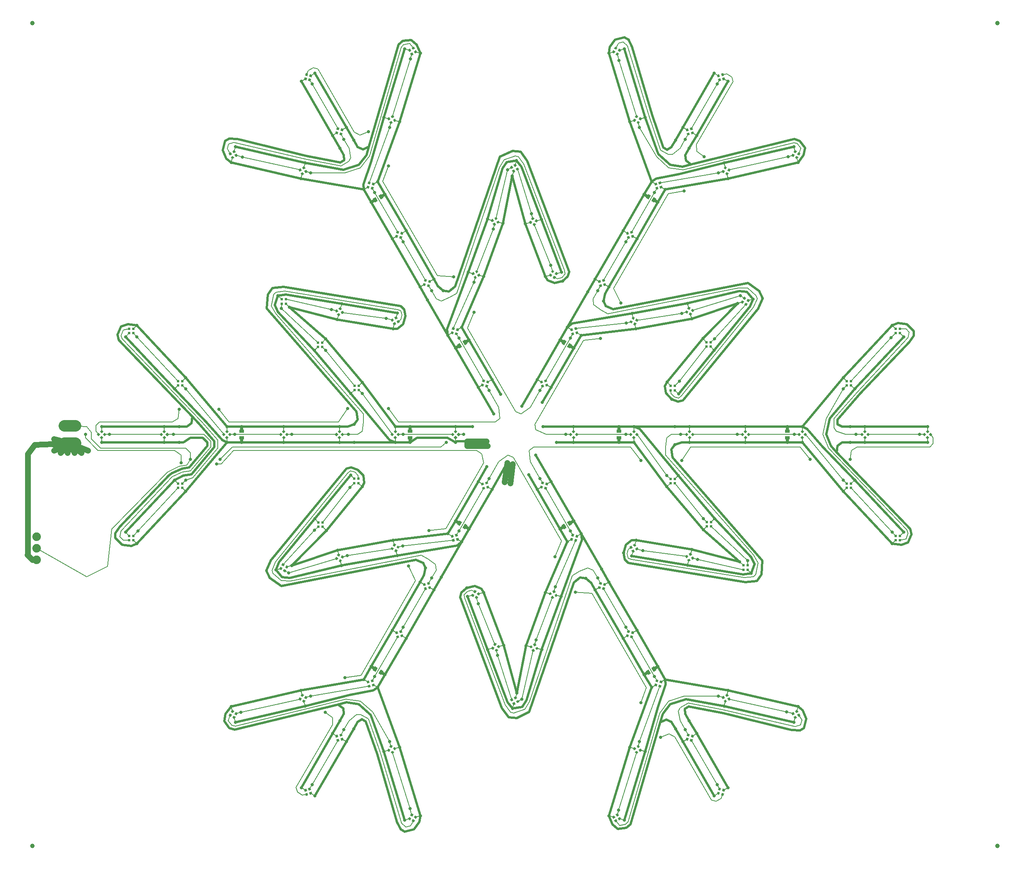
<source format=gbr>
G04 EAGLE Gerber RS-274X export*
G75*
%MOMM*%
%FSLAX34Y34*%
%LPD*%
%INBottom Copper*%
%IPPOS*%
%AMOC8*
5,1,8,0,0,1.08239X$1,22.5*%
G01*
%ADD10C,2.500000*%
%ADD11C,1.879600*%
%ADD12C,1.000000*%
%ADD13R,1.000000X0.700000*%
%ADD14R,0.550000X0.550000*%
%ADD15R,0.550000X0.550000*%
%ADD16R,0.700000X1.000000*%
%ADD17C,0.706400*%
%ADD18C,0.152400*%
%ADD19C,0.508000*%
%ADD20C,0.700000*%
%ADD21C,1.270000*%


D10*
X115313Y966250D02*
X90313Y966250D01*
X90313Y1003750D02*
X115313Y1003750D01*
D11*
X30000Y760000D03*
X30000Y734600D03*
X30000Y709200D03*
D12*
X20000Y80000D03*
X2140000Y80000D03*
X20000Y1890000D03*
X2140000Y1890000D03*
D13*
X850000Y992000D03*
X850000Y978000D03*
D14*
G36*
X939393Y985000D02*
X943282Y988889D01*
X947171Y985000D01*
X943282Y981111D01*
X939393Y985000D01*
G37*
G36*
X946111Y978283D02*
X950000Y982172D01*
X953889Y978283D01*
X950000Y974394D01*
X946111Y978283D01*
G37*
G36*
X952829Y985000D02*
X956718Y988889D01*
X960607Y985000D01*
X956718Y981111D01*
X952829Y985000D01*
G37*
G36*
X946111Y991718D02*
X950000Y995607D01*
X953889Y991718D01*
X950000Y987829D01*
X946111Y991718D01*
G37*
G36*
X806893Y985000D02*
X810782Y988889D01*
X814671Y985000D01*
X810782Y981111D01*
X806893Y985000D01*
G37*
G36*
X813611Y978282D02*
X817500Y982171D01*
X821389Y978282D01*
X817500Y974393D01*
X813611Y978282D01*
G37*
G36*
X820329Y985000D02*
X824218Y988889D01*
X828107Y985000D01*
X824218Y981111D01*
X820329Y985000D01*
G37*
G36*
X813611Y991718D02*
X817500Y995607D01*
X821389Y991718D01*
X817500Y987829D01*
X813611Y991718D01*
G37*
D15*
X727750Y1092250D03*
X727750Y1082750D03*
X737250Y1082750D03*
X737250Y1092250D03*
X647750Y1187250D03*
X647750Y1177750D03*
X657250Y1177750D03*
X657250Y1187250D03*
X577250Y1282250D03*
X567750Y1282250D03*
X567750Y1272750D03*
X577250Y1272750D03*
D14*
G36*
X705245Y1252255D02*
X700483Y1249505D01*
X697733Y1254267D01*
X702495Y1257017D01*
X705245Y1252255D01*
G37*
G36*
X700495Y1260483D02*
X695733Y1257733D01*
X692983Y1262495D01*
X697745Y1265245D01*
X700495Y1260483D01*
G37*
G36*
X692267Y1255733D02*
X687505Y1252983D01*
X684755Y1257745D01*
X689517Y1260495D01*
X692267Y1255733D01*
G37*
G36*
X697017Y1247505D02*
X692255Y1244755D01*
X689505Y1249517D01*
X694267Y1252267D01*
X697017Y1247505D01*
G37*
D13*
X480000Y992000D03*
X480000Y978000D03*
D14*
G36*
X827745Y1232255D02*
X822983Y1229505D01*
X820233Y1234267D01*
X824995Y1237017D01*
X827745Y1232255D01*
G37*
G36*
X822995Y1240483D02*
X818233Y1237733D01*
X815483Y1242495D01*
X820245Y1245245D01*
X822995Y1240483D01*
G37*
G36*
X814767Y1235733D02*
X810005Y1232983D01*
X807255Y1237745D01*
X812017Y1240495D01*
X814767Y1235733D01*
G37*
G36*
X819517Y1227505D02*
X814755Y1224755D01*
X812005Y1229517D01*
X816767Y1232267D01*
X819517Y1227505D01*
G37*
G36*
X684394Y985000D02*
X688283Y988889D01*
X692172Y985000D01*
X688283Y981111D01*
X684394Y985000D01*
G37*
G36*
X691111Y978282D02*
X695000Y982171D01*
X698889Y978282D01*
X695000Y974393D01*
X691111Y978282D01*
G37*
G36*
X697829Y985000D02*
X701718Y988889D01*
X705607Y985000D01*
X701718Y981111D01*
X697829Y985000D01*
G37*
G36*
X691111Y991718D02*
X695000Y995607D01*
X698889Y991718D01*
X695000Y987829D01*
X691111Y991718D01*
G37*
G36*
X561893Y985000D02*
X565782Y988889D01*
X569671Y985000D01*
X565782Y981111D01*
X561893Y985000D01*
G37*
G36*
X568611Y978282D02*
X572500Y982171D01*
X576389Y978282D01*
X572500Y974393D01*
X568611Y978282D01*
G37*
G36*
X575329Y985000D02*
X579218Y988889D01*
X583107Y985000D01*
X579218Y981111D01*
X575329Y985000D01*
G37*
G36*
X568611Y991718D02*
X572500Y995607D01*
X576389Y991718D01*
X572500Y987829D01*
X568611Y991718D01*
G37*
G36*
X436894Y985000D02*
X440783Y988889D01*
X444672Y985000D01*
X440783Y981111D01*
X436894Y985000D01*
G37*
G36*
X443611Y978282D02*
X447500Y982171D01*
X451389Y978282D01*
X447500Y974393D01*
X443611Y978282D01*
G37*
G36*
X450329Y985000D02*
X454218Y988889D01*
X458107Y985000D01*
X454218Y981111D01*
X450329Y985000D01*
G37*
G36*
X443611Y991718D02*
X447500Y995607D01*
X451389Y991718D01*
X447500Y987829D01*
X443611Y991718D01*
G37*
D15*
X340250Y1102250D03*
X340250Y1092750D03*
X349750Y1092750D03*
X349750Y1102250D03*
X232750Y1217250D03*
X232750Y1207750D03*
X242250Y1207750D03*
X242250Y1217250D03*
X340250Y867750D03*
X349750Y867750D03*
X349750Y877250D03*
X340250Y877250D03*
X232750Y752750D03*
X242250Y752750D03*
X242250Y762250D03*
X232750Y762250D03*
D14*
G36*
X299394Y985000D02*
X303283Y988889D01*
X307172Y985000D01*
X303283Y981111D01*
X299394Y985000D01*
G37*
G36*
X306111Y978282D02*
X310000Y982171D01*
X313889Y978282D01*
X310000Y974393D01*
X306111Y978282D01*
G37*
G36*
X312829Y985000D02*
X316718Y988889D01*
X320607Y985000D01*
X316718Y981111D01*
X312829Y985000D01*
G37*
G36*
X306111Y991718D02*
X310000Y995607D01*
X313889Y991718D01*
X310000Y987829D01*
X306111Y991718D01*
G37*
G36*
X161893Y985000D02*
X165782Y988889D01*
X169671Y985000D01*
X165782Y981111D01*
X161893Y985000D01*
G37*
G36*
X168611Y978282D02*
X172500Y982171D01*
X176389Y978282D01*
X172500Y974393D01*
X168611Y978282D01*
G37*
G36*
X175329Y985000D02*
X179218Y988889D01*
X183107Y985000D01*
X179218Y981111D01*
X175329Y985000D01*
G37*
G36*
X168611Y991717D02*
X172500Y995606D01*
X176389Y991717D01*
X172500Y987828D01*
X168611Y991717D01*
G37*
D16*
G36*
X958230Y795701D02*
X964292Y792201D01*
X959292Y783541D01*
X953230Y787041D01*
X958230Y795701D01*
G37*
G36*
X970354Y788701D02*
X976416Y785201D01*
X971416Y776541D01*
X965354Y780041D01*
X970354Y788701D01*
G37*
D14*
G36*
X1009520Y863538D02*
X1008096Y868850D01*
X1013408Y870274D01*
X1014832Y864962D01*
X1009520Y863538D01*
G37*
G36*
X1018697Y865997D02*
X1017273Y871309D01*
X1022585Y872733D01*
X1024009Y867421D01*
X1018697Y865997D01*
G37*
G36*
X1016238Y875173D02*
X1014814Y880485D01*
X1020126Y881909D01*
X1021550Y876597D01*
X1016238Y875173D01*
G37*
G36*
X1007061Y872714D02*
X1005637Y878026D01*
X1010949Y879450D01*
X1012373Y874138D01*
X1007061Y872714D01*
G37*
G36*
X943270Y748789D02*
X941846Y754101D01*
X947158Y755525D01*
X948582Y750213D01*
X943270Y748789D01*
G37*
G36*
X952447Y751248D02*
X951023Y756560D01*
X956335Y757984D01*
X957759Y752672D01*
X952447Y751248D01*
G37*
G36*
X949988Y760424D02*
X948564Y765736D01*
X953876Y767160D01*
X955300Y761848D01*
X949988Y760424D01*
G37*
G36*
X940811Y757966D02*
X939387Y763278D01*
X944699Y764702D01*
X946123Y759390D01*
X940811Y757966D01*
G37*
G36*
X807061Y732868D02*
X809811Y737630D01*
X814573Y734880D01*
X811823Y730118D01*
X807061Y732868D01*
G37*
G36*
X815288Y728118D02*
X818038Y732880D01*
X822800Y730130D01*
X820050Y725368D01*
X815288Y728118D01*
G37*
G36*
X820038Y736345D02*
X822788Y741107D01*
X827550Y738357D01*
X824800Y733595D01*
X820038Y736345D01*
G37*
G36*
X811811Y741095D02*
X814561Y745857D01*
X819323Y743107D01*
X816573Y738345D01*
X811811Y741095D01*
G37*
G36*
X684788Y711086D02*
X687538Y715848D01*
X692300Y713098D01*
X689550Y708336D01*
X684788Y711086D01*
G37*
G36*
X693016Y706336D02*
X695766Y711098D01*
X700528Y708348D01*
X697778Y703586D01*
X693016Y706336D01*
G37*
G36*
X697766Y714563D02*
X700516Y719325D01*
X705278Y716575D01*
X702528Y711813D01*
X697766Y714563D01*
G37*
G36*
X689538Y719313D02*
X692288Y724075D01*
X697050Y721325D01*
X694300Y716563D01*
X689538Y719313D01*
G37*
G36*
X570016Y702293D02*
X574778Y699543D01*
X572028Y694781D01*
X567266Y697531D01*
X570016Y702293D01*
G37*
G36*
X565266Y694066D02*
X570028Y691316D01*
X567278Y686554D01*
X562516Y689304D01*
X565266Y694066D01*
G37*
G36*
X573493Y689316D02*
X578255Y686566D01*
X575505Y681804D01*
X570743Y684554D01*
X573493Y689316D01*
G37*
G36*
X578243Y697543D02*
X583005Y694793D01*
X580255Y690031D01*
X575493Y692781D01*
X578243Y697543D01*
G37*
D15*
X658246Y791637D03*
X648746Y791637D03*
X648746Y782137D03*
X658246Y782137D03*
D16*
G36*
X773230Y475271D02*
X779292Y471771D01*
X774292Y463111D01*
X768230Y466611D01*
X773230Y475271D01*
G37*
G36*
X785354Y468271D02*
X791416Y464771D01*
X786416Y456111D01*
X780354Y459611D01*
X785354Y468271D01*
G37*
D15*
X736817Y887725D03*
X727317Y887725D03*
X727317Y878225D03*
X736817Y878225D03*
D14*
G36*
X882020Y642701D02*
X880596Y648013D01*
X885908Y649437D01*
X887332Y644125D01*
X882020Y642701D01*
G37*
G36*
X891197Y645160D02*
X889773Y650472D01*
X895085Y651896D01*
X896509Y646584D01*
X891197Y645160D01*
G37*
G36*
X888738Y654336D02*
X887314Y659648D01*
X892626Y661072D01*
X894050Y655760D01*
X888738Y654336D01*
G37*
G36*
X879561Y651878D02*
X878137Y657190D01*
X883449Y658614D01*
X884873Y653302D01*
X879561Y651878D01*
G37*
G36*
X820770Y536613D02*
X819346Y541925D01*
X824658Y543349D01*
X826082Y538037D01*
X820770Y536613D01*
G37*
G36*
X829947Y539072D02*
X828523Y544384D01*
X833835Y545808D01*
X835259Y540496D01*
X829947Y539072D01*
G37*
G36*
X827488Y548248D02*
X826064Y553560D01*
X831376Y554984D01*
X832800Y549672D01*
X827488Y548248D01*
G37*
G36*
X818311Y545789D02*
X816887Y551101D01*
X822199Y552525D01*
X823623Y547213D01*
X818311Y545789D01*
G37*
G36*
X758270Y428360D02*
X756846Y433672D01*
X762158Y435096D01*
X763582Y429784D01*
X758270Y428360D01*
G37*
G36*
X767447Y430819D02*
X766023Y436131D01*
X771335Y437555D01*
X772759Y432243D01*
X767447Y430819D01*
G37*
G36*
X764988Y439995D02*
X763564Y445307D01*
X768876Y446731D01*
X770300Y441419D01*
X764988Y439995D01*
G37*
G36*
X755811Y437536D02*
X754387Y442848D01*
X759699Y444272D01*
X761123Y438960D01*
X755811Y437536D01*
G37*
G36*
X604651Y402283D02*
X607401Y407045D01*
X612163Y404295D01*
X609413Y399533D01*
X604651Y402283D01*
G37*
G36*
X612878Y397533D02*
X615628Y402295D01*
X620390Y399545D01*
X617640Y394783D01*
X612878Y397533D01*
G37*
G36*
X617628Y405761D02*
X620378Y410523D01*
X625140Y407773D01*
X622390Y403011D01*
X617628Y405761D01*
G37*
G36*
X609401Y410511D02*
X612151Y415273D01*
X616913Y412523D01*
X614163Y407761D01*
X609401Y410511D01*
G37*
G36*
X451308Y366686D02*
X454058Y371448D01*
X458820Y368698D01*
X456070Y363936D01*
X451308Y366686D01*
G37*
G36*
X459535Y361936D02*
X462285Y366698D01*
X467047Y363948D01*
X464297Y359186D01*
X459535Y361936D01*
G37*
G36*
X464285Y370163D02*
X467035Y374925D01*
X471797Y372175D01*
X469047Y367413D01*
X464285Y370163D01*
G37*
G36*
X456058Y374913D02*
X458808Y379675D01*
X463570Y376925D01*
X460820Y372163D01*
X456058Y374913D01*
G37*
G36*
X812495Y282283D02*
X807733Y285033D01*
X810483Y289795D01*
X815245Y287045D01*
X812495Y282283D01*
G37*
G36*
X817245Y290511D02*
X812483Y293261D01*
X815233Y298023D01*
X819995Y295273D01*
X817245Y290511D01*
G37*
G36*
X809018Y295261D02*
X804256Y298011D01*
X807006Y302773D01*
X811768Y300023D01*
X809018Y295261D01*
G37*
G36*
X804268Y287033D02*
X799506Y289783D01*
X802256Y294545D01*
X807018Y291795D01*
X804268Y287033D01*
G37*
G36*
X858338Y131686D02*
X853576Y134436D01*
X856326Y139198D01*
X861088Y136448D01*
X858338Y131686D01*
G37*
G36*
X863088Y139913D02*
X858326Y142663D01*
X861076Y147425D01*
X865838Y144675D01*
X863088Y139913D01*
G37*
G36*
X854861Y144663D02*
X850099Y147413D01*
X852849Y152175D01*
X857611Y149425D01*
X854861Y144663D01*
G37*
G36*
X850111Y136436D02*
X845349Y139186D01*
X848099Y143948D01*
X852861Y141198D01*
X850111Y136436D01*
G37*
G36*
X689520Y309282D02*
X688096Y314594D01*
X693408Y316018D01*
X694832Y310706D01*
X689520Y309282D01*
G37*
G36*
X698697Y311740D02*
X697273Y317052D01*
X702585Y318476D01*
X704009Y313164D01*
X698697Y311740D01*
G37*
G36*
X696238Y320917D02*
X694814Y326229D01*
X700126Y327653D01*
X701550Y322341D01*
X696238Y320917D01*
G37*
G36*
X687061Y318458D02*
X685637Y323770D01*
X690949Y325194D01*
X692373Y319882D01*
X687061Y318458D01*
G37*
G36*
X620770Y190203D02*
X619346Y195515D01*
X624658Y196939D01*
X626082Y191627D01*
X620770Y190203D01*
G37*
G36*
X629947Y192662D02*
X628523Y197974D01*
X633835Y199398D01*
X635259Y194086D01*
X629947Y192662D01*
G37*
G36*
X627488Y201838D02*
X626064Y207150D01*
X631376Y208574D01*
X632800Y203262D01*
X627488Y201838D01*
G37*
G36*
X618311Y199379D02*
X616887Y204691D01*
X622199Y206115D01*
X623623Y200803D01*
X618311Y199379D01*
G37*
D16*
G36*
X1182876Y785201D02*
X1188938Y788701D01*
X1193938Y780041D01*
X1187876Y776541D01*
X1182876Y785201D01*
G37*
G36*
X1195000Y792201D02*
X1201062Y795701D01*
X1206062Y787041D01*
X1200000Y783541D01*
X1195000Y792201D01*
G37*
D14*
G36*
X1149772Y863538D02*
X1144460Y864962D01*
X1145884Y870274D01*
X1151196Y868850D01*
X1149772Y863538D01*
G37*
G36*
X1152231Y872714D02*
X1146919Y874138D01*
X1148343Y879450D01*
X1153655Y878026D01*
X1152231Y872714D01*
G37*
G36*
X1143054Y875173D02*
X1137742Y876597D01*
X1139166Y881909D01*
X1144478Y880485D01*
X1143054Y875173D01*
G37*
G36*
X1140595Y865997D02*
X1135283Y867421D01*
X1136707Y872733D01*
X1142019Y871309D01*
X1140595Y865997D01*
G37*
G36*
X1216022Y748789D02*
X1210710Y750213D01*
X1212134Y755525D01*
X1217446Y754101D01*
X1216022Y748789D01*
G37*
G36*
X1218481Y757966D02*
X1213169Y759390D01*
X1214593Y764702D01*
X1219905Y763278D01*
X1218481Y757966D01*
G37*
G36*
X1209304Y760424D02*
X1203992Y761848D01*
X1205416Y767160D01*
X1210728Y765736D01*
X1209304Y760424D01*
G37*
G36*
X1206845Y751248D02*
X1201533Y752672D01*
X1202957Y757984D01*
X1208269Y756560D01*
X1206845Y751248D01*
G37*
G36*
X1161707Y622868D02*
X1158957Y627630D01*
X1163719Y630380D01*
X1166469Y625618D01*
X1161707Y622868D01*
G37*
G36*
X1169934Y627618D02*
X1167184Y632380D01*
X1171946Y635130D01*
X1174696Y630368D01*
X1169934Y627618D01*
G37*
G36*
X1165184Y635845D02*
X1162434Y640607D01*
X1167196Y643357D01*
X1169946Y638595D01*
X1165184Y635845D01*
G37*
G36*
X1156957Y631095D02*
X1154207Y635857D01*
X1158969Y638607D01*
X1161719Y633845D01*
X1156957Y631095D01*
G37*
G36*
X1119434Y506086D02*
X1116684Y510848D01*
X1121446Y513598D01*
X1124196Y508836D01*
X1119434Y506086D01*
G37*
G36*
X1127662Y510836D02*
X1124912Y515598D01*
X1129674Y518348D01*
X1132424Y513586D01*
X1127662Y510836D01*
G37*
G36*
X1122912Y519063D02*
X1120162Y523825D01*
X1124924Y526575D01*
X1127674Y521813D01*
X1122912Y519063D01*
G37*
G36*
X1114684Y514313D02*
X1111934Y519075D01*
X1116696Y521825D01*
X1119446Y517063D01*
X1114684Y514313D01*
G37*
G36*
X1069662Y402293D02*
X1074424Y405043D01*
X1077174Y400281D01*
X1072412Y397531D01*
X1069662Y402293D01*
G37*
G36*
X1074412Y394066D02*
X1079174Y396816D01*
X1081924Y392054D01*
X1077162Y389304D01*
X1074412Y394066D01*
G37*
G36*
X1082639Y398816D02*
X1087401Y401566D01*
X1090151Y396804D01*
X1085389Y394054D01*
X1082639Y398816D01*
G37*
G36*
X1077889Y407043D02*
X1082651Y409793D01*
X1085401Y405031D01*
X1080639Y402281D01*
X1077889Y407043D01*
G37*
G36*
X1035398Y527131D02*
X1040160Y524381D01*
X1037410Y519619D01*
X1032648Y522369D01*
X1035398Y527131D01*
G37*
G36*
X1030648Y518904D02*
X1035410Y516154D01*
X1032660Y511392D01*
X1027898Y514142D01*
X1030648Y518904D01*
G37*
G36*
X1038875Y514154D02*
X1043637Y511404D01*
X1040887Y506642D01*
X1036125Y509392D01*
X1038875Y514154D01*
G37*
G36*
X1043625Y522381D02*
X1048387Y519631D01*
X1045637Y514869D01*
X1040875Y517619D01*
X1043625Y522381D01*
G37*
D16*
G36*
X1367876Y464771D02*
X1373938Y468271D01*
X1378938Y459611D01*
X1372876Y456111D01*
X1367876Y464771D01*
G37*
G36*
X1380000Y471771D02*
X1386062Y475271D01*
X1391062Y466611D01*
X1385000Y463111D01*
X1380000Y471771D01*
G37*
D14*
G36*
X991468Y643220D02*
X996230Y640470D01*
X993480Y635708D01*
X988718Y638458D01*
X991468Y643220D01*
G37*
G36*
X986718Y634992D02*
X991480Y632242D01*
X988730Y627480D01*
X983968Y630230D01*
X986718Y634992D01*
G37*
G36*
X994945Y630242D02*
X999707Y627492D01*
X996957Y622730D01*
X992195Y625480D01*
X994945Y630242D01*
G37*
G36*
X999695Y638470D02*
X1004457Y635720D01*
X1001707Y630958D01*
X996945Y633708D01*
X999695Y638470D01*
G37*
G36*
X1277272Y642701D02*
X1271960Y644125D01*
X1273384Y649437D01*
X1278696Y648013D01*
X1277272Y642701D01*
G37*
G36*
X1279731Y651878D02*
X1274419Y653302D01*
X1275843Y658614D01*
X1281155Y657190D01*
X1279731Y651878D01*
G37*
G36*
X1270554Y654336D02*
X1265242Y655760D01*
X1266666Y661072D01*
X1271978Y659648D01*
X1270554Y654336D01*
G37*
G36*
X1268095Y645160D02*
X1262783Y646584D01*
X1264207Y651896D01*
X1269519Y650472D01*
X1268095Y645160D01*
G37*
G36*
X1338522Y536613D02*
X1333210Y538037D01*
X1334634Y543349D01*
X1339946Y541925D01*
X1338522Y536613D01*
G37*
G36*
X1340981Y545789D02*
X1335669Y547213D01*
X1337093Y552525D01*
X1342405Y551101D01*
X1340981Y545789D01*
G37*
G36*
X1331804Y548248D02*
X1326492Y549672D01*
X1327916Y554984D01*
X1333228Y553560D01*
X1331804Y548248D01*
G37*
G36*
X1329345Y539072D02*
X1324033Y540496D01*
X1325457Y545808D01*
X1330769Y544384D01*
X1329345Y539072D01*
G37*
G36*
X1401022Y428360D02*
X1395710Y429784D01*
X1397134Y435096D01*
X1402446Y433672D01*
X1401022Y428360D01*
G37*
G36*
X1403481Y437536D02*
X1398169Y438960D01*
X1399593Y444272D01*
X1404905Y442848D01*
X1403481Y437536D01*
G37*
G36*
X1394304Y439995D02*
X1388992Y441419D01*
X1390416Y446731D01*
X1395728Y445307D01*
X1394304Y439995D01*
G37*
G36*
X1391845Y430819D02*
X1386533Y432243D01*
X1387957Y437555D01*
X1393269Y436131D01*
X1391845Y430819D01*
G37*
G36*
X1346797Y282283D02*
X1344047Y287045D01*
X1348809Y289795D01*
X1351559Y285033D01*
X1346797Y282283D01*
G37*
G36*
X1355024Y287033D02*
X1352274Y291795D01*
X1357036Y294545D01*
X1359786Y289783D01*
X1355024Y287033D01*
G37*
G36*
X1350274Y295261D02*
X1347524Y300023D01*
X1352286Y302773D01*
X1355036Y298011D01*
X1350274Y295261D01*
G37*
G36*
X1342047Y290511D02*
X1339297Y295273D01*
X1344059Y298023D01*
X1346809Y293261D01*
X1342047Y290511D01*
G37*
G36*
X1300954Y131686D02*
X1298204Y136448D01*
X1302966Y139198D01*
X1305716Y134436D01*
X1300954Y131686D01*
G37*
G36*
X1309181Y136436D02*
X1306431Y141198D01*
X1311193Y143948D01*
X1313943Y139186D01*
X1309181Y136436D01*
G37*
G36*
X1304431Y144663D02*
X1301681Y149425D01*
X1306443Y152175D01*
X1309193Y147413D01*
X1304431Y144663D01*
G37*
G36*
X1296204Y139913D02*
X1293454Y144675D01*
X1298216Y147425D01*
X1300966Y142663D01*
X1296204Y139913D01*
G37*
G36*
X1554641Y402283D02*
X1549879Y399533D01*
X1547129Y404295D01*
X1551891Y407045D01*
X1554641Y402283D01*
G37*
G36*
X1549891Y410511D02*
X1545129Y407761D01*
X1542379Y412523D01*
X1547141Y415273D01*
X1549891Y410511D01*
G37*
G36*
X1541664Y405761D02*
X1536902Y403011D01*
X1534152Y407773D01*
X1538914Y410523D01*
X1541664Y405761D01*
G37*
G36*
X1546414Y397533D02*
X1541652Y394783D01*
X1538902Y399545D01*
X1543664Y402295D01*
X1546414Y397533D01*
G37*
G36*
X1707984Y366686D02*
X1703222Y363936D01*
X1700472Y368698D01*
X1705234Y371448D01*
X1707984Y366686D01*
G37*
G36*
X1703234Y374913D02*
X1698472Y372163D01*
X1695722Y376925D01*
X1700484Y379675D01*
X1703234Y374913D01*
G37*
G36*
X1695007Y370163D02*
X1690245Y367413D01*
X1687495Y372175D01*
X1692257Y374925D01*
X1695007Y370163D01*
G37*
G36*
X1699757Y361936D02*
X1694995Y359186D01*
X1692245Y363948D01*
X1697007Y366698D01*
X1699757Y361936D01*
G37*
G36*
X1469772Y309282D02*
X1464460Y310706D01*
X1465884Y316018D01*
X1471196Y314594D01*
X1469772Y309282D01*
G37*
G36*
X1472231Y318458D02*
X1466919Y319882D01*
X1468343Y325194D01*
X1473655Y323770D01*
X1472231Y318458D01*
G37*
G36*
X1463054Y320917D02*
X1457742Y322341D01*
X1459166Y327653D01*
X1464478Y326229D01*
X1463054Y320917D01*
G37*
G36*
X1460595Y311740D02*
X1455283Y313164D01*
X1456707Y318476D01*
X1462019Y317052D01*
X1460595Y311740D01*
G37*
G36*
X1538522Y190203D02*
X1533210Y191627D01*
X1534634Y196939D01*
X1539946Y195515D01*
X1538522Y190203D01*
G37*
G36*
X1540981Y199379D02*
X1535669Y200803D01*
X1537093Y206115D01*
X1542405Y204691D01*
X1540981Y199379D01*
G37*
G36*
X1531804Y201838D02*
X1526492Y203262D01*
X1527916Y208574D01*
X1533228Y207150D01*
X1531804Y201838D01*
G37*
G36*
X1529345Y192662D02*
X1524033Y194086D01*
X1525457Y199398D01*
X1530769Y197974D01*
X1529345Y192662D01*
G37*
D13*
X1309292Y978000D03*
X1309292Y992000D03*
D14*
G36*
X1219899Y985000D02*
X1216010Y981111D01*
X1212121Y985000D01*
X1216010Y988889D01*
X1219899Y985000D01*
G37*
G36*
X1213181Y991718D02*
X1209292Y987829D01*
X1205403Y991718D01*
X1209292Y995607D01*
X1213181Y991718D01*
G37*
G36*
X1206463Y985000D02*
X1202574Y981111D01*
X1198685Y985000D01*
X1202574Y988889D01*
X1206463Y985000D01*
G37*
G36*
X1213181Y978282D02*
X1209292Y974393D01*
X1205403Y978282D01*
X1209292Y982171D01*
X1213181Y978282D01*
G37*
G36*
X1352399Y985000D02*
X1348510Y981111D01*
X1344621Y985000D01*
X1348510Y988889D01*
X1352399Y985000D01*
G37*
G36*
X1345681Y991718D02*
X1341792Y987829D01*
X1337903Y991718D01*
X1341792Y995607D01*
X1345681Y991718D01*
G37*
G36*
X1338963Y985000D02*
X1335074Y981111D01*
X1331185Y985000D01*
X1335074Y988889D01*
X1338963Y985000D01*
G37*
G36*
X1345681Y978282D02*
X1341792Y974393D01*
X1337903Y978282D01*
X1341792Y982171D01*
X1345681Y978282D01*
G37*
D15*
X1431542Y877750D03*
X1431542Y887250D03*
X1422042Y887250D03*
X1422042Y877750D03*
X1511542Y782750D03*
X1511542Y792250D03*
X1502042Y792250D03*
X1502042Y782750D03*
X1582042Y687750D03*
X1591542Y687750D03*
X1591542Y697250D03*
X1582042Y697250D03*
D14*
G36*
X1454047Y717745D02*
X1458809Y720495D01*
X1461559Y715733D01*
X1456797Y712983D01*
X1454047Y717745D01*
G37*
G36*
X1458797Y709517D02*
X1463559Y712267D01*
X1466309Y707505D01*
X1461547Y704755D01*
X1458797Y709517D01*
G37*
G36*
X1467025Y714267D02*
X1471787Y717017D01*
X1474537Y712255D01*
X1469775Y709505D01*
X1467025Y714267D01*
G37*
G36*
X1462275Y722495D02*
X1467037Y725245D01*
X1469787Y720483D01*
X1465025Y717733D01*
X1462275Y722495D01*
G37*
D13*
X1679292Y978000D03*
X1679292Y992000D03*
D14*
G36*
X1331547Y737745D02*
X1336309Y740495D01*
X1339059Y735733D01*
X1334297Y732983D01*
X1331547Y737745D01*
G37*
G36*
X1336297Y729517D02*
X1341059Y732267D01*
X1343809Y727505D01*
X1339047Y724755D01*
X1336297Y729517D01*
G37*
G36*
X1344525Y734267D02*
X1349287Y737017D01*
X1352037Y732255D01*
X1347275Y729505D01*
X1344525Y734267D01*
G37*
G36*
X1339775Y742495D02*
X1344537Y745245D01*
X1347287Y740483D01*
X1342525Y737733D01*
X1339775Y742495D01*
G37*
G36*
X1474898Y985000D02*
X1471009Y981111D01*
X1467120Y985000D01*
X1471009Y988889D01*
X1474898Y985000D01*
G37*
G36*
X1468181Y991718D02*
X1464292Y987829D01*
X1460403Y991718D01*
X1464292Y995607D01*
X1468181Y991718D01*
G37*
G36*
X1461463Y985000D02*
X1457574Y981111D01*
X1453685Y985000D01*
X1457574Y988889D01*
X1461463Y985000D01*
G37*
G36*
X1468181Y978282D02*
X1464292Y974393D01*
X1460403Y978282D01*
X1464292Y982171D01*
X1468181Y978282D01*
G37*
G36*
X1597399Y985000D02*
X1593510Y981111D01*
X1589621Y985000D01*
X1593510Y988889D01*
X1597399Y985000D01*
G37*
G36*
X1590681Y991718D02*
X1586792Y987829D01*
X1582903Y991718D01*
X1586792Y995607D01*
X1590681Y991718D01*
G37*
G36*
X1583963Y985000D02*
X1580074Y981111D01*
X1576185Y985000D01*
X1580074Y988889D01*
X1583963Y985000D01*
G37*
G36*
X1590681Y978282D02*
X1586792Y974393D01*
X1582903Y978282D01*
X1586792Y982171D01*
X1590681Y978282D01*
G37*
G36*
X1722398Y985000D02*
X1718509Y981111D01*
X1714620Y985000D01*
X1718509Y988889D01*
X1722398Y985000D01*
G37*
G36*
X1715681Y991718D02*
X1711792Y987829D01*
X1707903Y991718D01*
X1711792Y995607D01*
X1715681Y991718D01*
G37*
G36*
X1708963Y985000D02*
X1705074Y981111D01*
X1701185Y985000D01*
X1705074Y988889D01*
X1708963Y985000D01*
G37*
G36*
X1715681Y978282D02*
X1711792Y974393D01*
X1707903Y978282D01*
X1711792Y982171D01*
X1715681Y978282D01*
G37*
D15*
X1819042Y867750D03*
X1819042Y877250D03*
X1809542Y877250D03*
X1809542Y867750D03*
X1926542Y752750D03*
X1926542Y762250D03*
X1917042Y762250D03*
X1917042Y752750D03*
X1819042Y1102250D03*
X1809542Y1102250D03*
X1809542Y1092750D03*
X1819042Y1092750D03*
X1926542Y1217250D03*
X1917042Y1217250D03*
X1917042Y1207750D03*
X1926542Y1207750D03*
D14*
G36*
X1859898Y985000D02*
X1856009Y981111D01*
X1852120Y985000D01*
X1856009Y988889D01*
X1859898Y985000D01*
G37*
G36*
X1853181Y991718D02*
X1849292Y987829D01*
X1845403Y991718D01*
X1849292Y995607D01*
X1853181Y991718D01*
G37*
G36*
X1846463Y985000D02*
X1842574Y981111D01*
X1838685Y985000D01*
X1842574Y988889D01*
X1846463Y985000D01*
G37*
G36*
X1853181Y978282D02*
X1849292Y974393D01*
X1845403Y978282D01*
X1849292Y982171D01*
X1853181Y978282D01*
G37*
G36*
X1997399Y985000D02*
X1993510Y981111D01*
X1989621Y985000D01*
X1993510Y988889D01*
X1997399Y985000D01*
G37*
G36*
X1990681Y991718D02*
X1986792Y987829D01*
X1982903Y991718D01*
X1986792Y995607D01*
X1990681Y991718D01*
G37*
G36*
X1983964Y985000D02*
X1980075Y981111D01*
X1976186Y985000D01*
X1980075Y988889D01*
X1983964Y985000D01*
G37*
G36*
X1990681Y978283D02*
X1986792Y974394D01*
X1982903Y978283D01*
X1986792Y982172D01*
X1990681Y978283D01*
G37*
D16*
G36*
X1201062Y1174299D02*
X1195000Y1177799D01*
X1200000Y1186459D01*
X1206062Y1182959D01*
X1201062Y1174299D01*
G37*
G36*
X1188938Y1181299D02*
X1182876Y1184799D01*
X1187876Y1193459D01*
X1193938Y1189959D01*
X1188938Y1181299D01*
G37*
D14*
G36*
X1149772Y1106462D02*
X1151196Y1101150D01*
X1145884Y1099726D01*
X1144460Y1105038D01*
X1149772Y1106462D01*
G37*
G36*
X1140595Y1104003D02*
X1142019Y1098691D01*
X1136707Y1097267D01*
X1135283Y1102579D01*
X1140595Y1104003D01*
G37*
G36*
X1143054Y1094827D02*
X1144478Y1089515D01*
X1139166Y1088091D01*
X1137742Y1093403D01*
X1143054Y1094827D01*
G37*
G36*
X1152231Y1097286D02*
X1153655Y1091974D01*
X1148343Y1090550D01*
X1146919Y1095862D01*
X1152231Y1097286D01*
G37*
G36*
X1216022Y1221211D02*
X1217446Y1215899D01*
X1212134Y1214475D01*
X1210710Y1219787D01*
X1216022Y1221211D01*
G37*
G36*
X1206845Y1218752D02*
X1208269Y1213440D01*
X1202957Y1212016D01*
X1201533Y1217328D01*
X1206845Y1218752D01*
G37*
G36*
X1209304Y1209576D02*
X1210728Y1204264D01*
X1205416Y1202840D01*
X1203992Y1208152D01*
X1209304Y1209576D01*
G37*
G36*
X1218481Y1212034D02*
X1219905Y1206722D01*
X1214593Y1205298D01*
X1213169Y1210610D01*
X1218481Y1212034D01*
G37*
G36*
X1352231Y1237132D02*
X1349481Y1232370D01*
X1344719Y1235120D01*
X1347469Y1239882D01*
X1352231Y1237132D01*
G37*
G36*
X1344004Y1241882D02*
X1341254Y1237120D01*
X1336492Y1239870D01*
X1339242Y1244632D01*
X1344004Y1241882D01*
G37*
G36*
X1339254Y1233655D02*
X1336504Y1228893D01*
X1331742Y1231643D01*
X1334492Y1236405D01*
X1339254Y1233655D01*
G37*
G36*
X1347481Y1228905D02*
X1344731Y1224143D01*
X1339969Y1226893D01*
X1342719Y1231655D01*
X1347481Y1228905D01*
G37*
G36*
X1474504Y1258914D02*
X1471754Y1254152D01*
X1466992Y1256902D01*
X1469742Y1261664D01*
X1474504Y1258914D01*
G37*
G36*
X1466276Y1263664D02*
X1463526Y1258902D01*
X1458764Y1261652D01*
X1461514Y1266414D01*
X1466276Y1263664D01*
G37*
G36*
X1461526Y1255437D02*
X1458776Y1250675D01*
X1454014Y1253425D01*
X1456764Y1258187D01*
X1461526Y1255437D01*
G37*
G36*
X1469754Y1250687D02*
X1467004Y1245925D01*
X1462242Y1248675D01*
X1464992Y1253437D01*
X1469754Y1250687D01*
G37*
G36*
X1589276Y1267707D02*
X1584514Y1270457D01*
X1587264Y1275219D01*
X1592026Y1272469D01*
X1589276Y1267707D01*
G37*
G36*
X1594026Y1275934D02*
X1589264Y1278684D01*
X1592014Y1283446D01*
X1596776Y1280696D01*
X1594026Y1275934D01*
G37*
G36*
X1585799Y1280684D02*
X1581037Y1283434D01*
X1583787Y1288196D01*
X1588549Y1285446D01*
X1585799Y1280684D01*
G37*
G36*
X1581049Y1272457D02*
X1576287Y1275207D01*
X1579037Y1279969D01*
X1583799Y1277219D01*
X1581049Y1272457D01*
G37*
D15*
X1501046Y1178363D03*
X1510546Y1178363D03*
X1510546Y1187863D03*
X1501046Y1187863D03*
D16*
G36*
X1386062Y1494729D02*
X1380000Y1498229D01*
X1385000Y1506889D01*
X1391062Y1503389D01*
X1386062Y1494729D01*
G37*
G36*
X1373938Y1501729D02*
X1367876Y1505229D01*
X1372876Y1513889D01*
X1378938Y1510389D01*
X1373938Y1501729D01*
G37*
D15*
X1422475Y1082275D03*
X1431975Y1082275D03*
X1431975Y1091775D03*
X1422475Y1091775D03*
D14*
G36*
X1277272Y1327299D02*
X1278696Y1321987D01*
X1273384Y1320563D01*
X1271960Y1325875D01*
X1277272Y1327299D01*
G37*
G36*
X1268095Y1324840D02*
X1269519Y1319528D01*
X1264207Y1318104D01*
X1262783Y1323416D01*
X1268095Y1324840D01*
G37*
G36*
X1270554Y1315664D02*
X1271978Y1310352D01*
X1266666Y1308928D01*
X1265242Y1314240D01*
X1270554Y1315664D01*
G37*
G36*
X1279731Y1318122D02*
X1281155Y1312810D01*
X1275843Y1311386D01*
X1274419Y1316698D01*
X1279731Y1318122D01*
G37*
G36*
X1338522Y1433387D02*
X1339946Y1428075D01*
X1334634Y1426651D01*
X1333210Y1431963D01*
X1338522Y1433387D01*
G37*
G36*
X1329345Y1430928D02*
X1330769Y1425616D01*
X1325457Y1424192D01*
X1324033Y1429504D01*
X1329345Y1430928D01*
G37*
G36*
X1331804Y1421752D02*
X1333228Y1416440D01*
X1327916Y1415016D01*
X1326492Y1420328D01*
X1331804Y1421752D01*
G37*
G36*
X1340981Y1424211D02*
X1342405Y1418899D01*
X1337093Y1417475D01*
X1335669Y1422787D01*
X1340981Y1424211D01*
G37*
G36*
X1401022Y1541640D02*
X1402446Y1536328D01*
X1397134Y1534904D01*
X1395710Y1540216D01*
X1401022Y1541640D01*
G37*
G36*
X1391845Y1539181D02*
X1393269Y1533869D01*
X1387957Y1532445D01*
X1386533Y1537757D01*
X1391845Y1539181D01*
G37*
G36*
X1394304Y1530005D02*
X1395728Y1524693D01*
X1390416Y1523269D01*
X1388992Y1528581D01*
X1394304Y1530005D01*
G37*
G36*
X1403481Y1532464D02*
X1404905Y1527152D01*
X1399593Y1525728D01*
X1398169Y1531040D01*
X1403481Y1532464D01*
G37*
G36*
X1554641Y1567717D02*
X1551891Y1562955D01*
X1547129Y1565705D01*
X1549879Y1570467D01*
X1554641Y1567717D01*
G37*
G36*
X1546414Y1572467D02*
X1543664Y1567705D01*
X1538902Y1570455D01*
X1541652Y1575217D01*
X1546414Y1572467D01*
G37*
G36*
X1541664Y1564239D02*
X1538914Y1559477D01*
X1534152Y1562227D01*
X1536902Y1566989D01*
X1541664Y1564239D01*
G37*
G36*
X1549891Y1559489D02*
X1547141Y1554727D01*
X1542379Y1557477D01*
X1545129Y1562239D01*
X1549891Y1559489D01*
G37*
G36*
X1707984Y1603314D02*
X1705234Y1598552D01*
X1700472Y1601302D01*
X1703222Y1606064D01*
X1707984Y1603314D01*
G37*
G36*
X1699757Y1608064D02*
X1697007Y1603302D01*
X1692245Y1606052D01*
X1694995Y1610814D01*
X1699757Y1608064D01*
G37*
G36*
X1695007Y1599837D02*
X1692257Y1595075D01*
X1687495Y1597825D01*
X1690245Y1602587D01*
X1695007Y1599837D01*
G37*
G36*
X1703234Y1595087D02*
X1700484Y1590325D01*
X1695722Y1593075D01*
X1698472Y1597837D01*
X1703234Y1595087D01*
G37*
G36*
X1346797Y1687717D02*
X1351559Y1684967D01*
X1348809Y1680205D01*
X1344047Y1682955D01*
X1346797Y1687717D01*
G37*
G36*
X1342047Y1679489D02*
X1346809Y1676739D01*
X1344059Y1671977D01*
X1339297Y1674727D01*
X1342047Y1679489D01*
G37*
G36*
X1350274Y1674739D02*
X1355036Y1671989D01*
X1352286Y1667227D01*
X1347524Y1669977D01*
X1350274Y1674739D01*
G37*
G36*
X1355024Y1682967D02*
X1359786Y1680217D01*
X1357036Y1675455D01*
X1352274Y1678205D01*
X1355024Y1682967D01*
G37*
G36*
X1300954Y1838314D02*
X1305716Y1835564D01*
X1302966Y1830802D01*
X1298204Y1833552D01*
X1300954Y1838314D01*
G37*
G36*
X1296204Y1830087D02*
X1300966Y1827337D01*
X1298216Y1822575D01*
X1293454Y1825325D01*
X1296204Y1830087D01*
G37*
G36*
X1304431Y1825337D02*
X1309193Y1822587D01*
X1306443Y1817825D01*
X1301681Y1820575D01*
X1304431Y1825337D01*
G37*
G36*
X1309181Y1833564D02*
X1313943Y1830814D01*
X1311193Y1826052D01*
X1306431Y1828802D01*
X1309181Y1833564D01*
G37*
G36*
X1469772Y1660719D02*
X1471196Y1655407D01*
X1465884Y1653983D01*
X1464460Y1659295D01*
X1469772Y1660719D01*
G37*
G36*
X1460595Y1658260D02*
X1462019Y1652948D01*
X1456707Y1651524D01*
X1455283Y1656836D01*
X1460595Y1658260D01*
G37*
G36*
X1463054Y1649083D02*
X1464478Y1643771D01*
X1459166Y1642347D01*
X1457742Y1647659D01*
X1463054Y1649083D01*
G37*
G36*
X1472231Y1651542D02*
X1473655Y1646230D01*
X1468343Y1644806D01*
X1466919Y1650118D01*
X1472231Y1651542D01*
G37*
G36*
X1538522Y1779797D02*
X1539946Y1774485D01*
X1534634Y1773061D01*
X1533210Y1778373D01*
X1538522Y1779797D01*
G37*
G36*
X1529345Y1777338D02*
X1530769Y1772026D01*
X1525457Y1770602D01*
X1524033Y1775914D01*
X1529345Y1777338D01*
G37*
G36*
X1531804Y1768162D02*
X1533228Y1762850D01*
X1527916Y1761426D01*
X1526492Y1766738D01*
X1531804Y1768162D01*
G37*
G36*
X1540981Y1770621D02*
X1542405Y1765309D01*
X1537093Y1763885D01*
X1535669Y1769197D01*
X1540981Y1770621D01*
G37*
D16*
G36*
X976416Y1184799D02*
X970354Y1181299D01*
X965354Y1189959D01*
X971416Y1193459D01*
X976416Y1184799D01*
G37*
G36*
X964292Y1177799D02*
X958230Y1174299D01*
X953230Y1182959D01*
X959292Y1186459D01*
X964292Y1177799D01*
G37*
D14*
G36*
X1009520Y1106462D02*
X1014832Y1105038D01*
X1013408Y1099726D01*
X1008096Y1101150D01*
X1009520Y1106462D01*
G37*
G36*
X1007061Y1097286D02*
X1012373Y1095862D01*
X1010949Y1090550D01*
X1005637Y1091974D01*
X1007061Y1097286D01*
G37*
G36*
X1016238Y1094827D02*
X1021550Y1093403D01*
X1020126Y1088091D01*
X1014814Y1089515D01*
X1016238Y1094827D01*
G37*
G36*
X1018697Y1104003D02*
X1024009Y1102579D01*
X1022585Y1097267D01*
X1017273Y1098691D01*
X1018697Y1104003D01*
G37*
G36*
X943270Y1221211D02*
X948582Y1219787D01*
X947158Y1214475D01*
X941846Y1215899D01*
X943270Y1221211D01*
G37*
G36*
X940811Y1212034D02*
X946123Y1210610D01*
X944699Y1205298D01*
X939387Y1206722D01*
X940811Y1212034D01*
G37*
G36*
X949988Y1209576D02*
X955300Y1208152D01*
X953876Y1202840D01*
X948564Y1204264D01*
X949988Y1209576D01*
G37*
G36*
X952447Y1218752D02*
X957759Y1217328D01*
X956335Y1212016D01*
X951023Y1213440D01*
X952447Y1218752D01*
G37*
G36*
X997585Y1347132D02*
X1000335Y1342370D01*
X995573Y1339620D01*
X992823Y1344382D01*
X997585Y1347132D01*
G37*
G36*
X989358Y1342382D02*
X992108Y1337620D01*
X987346Y1334870D01*
X984596Y1339632D01*
X989358Y1342382D01*
G37*
G36*
X994108Y1334155D02*
X996858Y1329393D01*
X992096Y1326643D01*
X989346Y1331405D01*
X994108Y1334155D01*
G37*
G36*
X1002335Y1338905D02*
X1005085Y1334143D01*
X1000323Y1331393D01*
X997573Y1336155D01*
X1002335Y1338905D01*
G37*
G36*
X1039858Y1463914D02*
X1042608Y1459152D01*
X1037846Y1456402D01*
X1035096Y1461164D01*
X1039858Y1463914D01*
G37*
G36*
X1031630Y1459164D02*
X1034380Y1454402D01*
X1029618Y1451652D01*
X1026868Y1456414D01*
X1031630Y1459164D01*
G37*
G36*
X1036380Y1450937D02*
X1039130Y1446175D01*
X1034368Y1443425D01*
X1031618Y1448187D01*
X1036380Y1450937D01*
G37*
G36*
X1044608Y1455687D02*
X1047358Y1450925D01*
X1042596Y1448175D01*
X1039846Y1452937D01*
X1044608Y1455687D01*
G37*
G36*
X1089630Y1567707D02*
X1084868Y1564957D01*
X1082118Y1569719D01*
X1086880Y1572469D01*
X1089630Y1567707D01*
G37*
G36*
X1084880Y1575934D02*
X1080118Y1573184D01*
X1077368Y1577946D01*
X1082130Y1580696D01*
X1084880Y1575934D01*
G37*
G36*
X1076653Y1571184D02*
X1071891Y1568434D01*
X1069141Y1573196D01*
X1073903Y1575946D01*
X1076653Y1571184D01*
G37*
G36*
X1081403Y1562957D02*
X1076641Y1560207D01*
X1073891Y1564969D01*
X1078653Y1567719D01*
X1081403Y1562957D01*
G37*
G36*
X1123894Y1442869D02*
X1119132Y1445619D01*
X1121882Y1450381D01*
X1126644Y1447631D01*
X1123894Y1442869D01*
G37*
G36*
X1128644Y1451096D02*
X1123882Y1453846D01*
X1126632Y1458608D01*
X1131394Y1455858D01*
X1128644Y1451096D01*
G37*
G36*
X1120417Y1455846D02*
X1115655Y1458596D01*
X1118405Y1463358D01*
X1123167Y1460608D01*
X1120417Y1455846D01*
G37*
G36*
X1115667Y1447619D02*
X1110905Y1450369D01*
X1113655Y1455131D01*
X1118417Y1452381D01*
X1115667Y1447619D01*
G37*
D16*
G36*
X791416Y1505229D02*
X785354Y1501729D01*
X780354Y1510389D01*
X786416Y1513889D01*
X791416Y1505229D01*
G37*
G36*
X779292Y1498229D02*
X773230Y1494729D01*
X768230Y1503389D01*
X774292Y1506889D01*
X779292Y1498229D01*
G37*
D14*
G36*
X1167824Y1326780D02*
X1163062Y1329530D01*
X1165812Y1334292D01*
X1170574Y1331542D01*
X1167824Y1326780D01*
G37*
G36*
X1172574Y1335008D02*
X1167812Y1337758D01*
X1170562Y1342520D01*
X1175324Y1339770D01*
X1172574Y1335008D01*
G37*
G36*
X1164347Y1339758D02*
X1159585Y1342508D01*
X1162335Y1347270D01*
X1167097Y1344520D01*
X1164347Y1339758D01*
G37*
G36*
X1159597Y1331530D02*
X1154835Y1334280D01*
X1157585Y1339042D01*
X1162347Y1336292D01*
X1159597Y1331530D01*
G37*
G36*
X882020Y1327299D02*
X887332Y1325875D01*
X885908Y1320563D01*
X880596Y1321987D01*
X882020Y1327299D01*
G37*
G36*
X879561Y1318122D02*
X884873Y1316698D01*
X883449Y1311386D01*
X878137Y1312810D01*
X879561Y1318122D01*
G37*
G36*
X888738Y1315664D02*
X894050Y1314240D01*
X892626Y1308928D01*
X887314Y1310352D01*
X888738Y1315664D01*
G37*
G36*
X891197Y1324840D02*
X896509Y1323416D01*
X895085Y1318104D01*
X889773Y1319528D01*
X891197Y1324840D01*
G37*
G36*
X820770Y1433387D02*
X826082Y1431963D01*
X824658Y1426651D01*
X819346Y1428075D01*
X820770Y1433387D01*
G37*
G36*
X818311Y1424211D02*
X823623Y1422787D01*
X822199Y1417475D01*
X816887Y1418899D01*
X818311Y1424211D01*
G37*
G36*
X827488Y1421752D02*
X832800Y1420328D01*
X831376Y1415016D01*
X826064Y1416440D01*
X827488Y1421752D01*
G37*
G36*
X829947Y1430928D02*
X835259Y1429504D01*
X833835Y1424192D01*
X828523Y1425616D01*
X829947Y1430928D01*
G37*
G36*
X758270Y1541640D02*
X763582Y1540216D01*
X762158Y1534904D01*
X756846Y1536328D01*
X758270Y1541640D01*
G37*
G36*
X755811Y1532464D02*
X761123Y1531040D01*
X759699Y1525728D01*
X754387Y1527152D01*
X755811Y1532464D01*
G37*
G36*
X764988Y1530005D02*
X770300Y1528581D01*
X768876Y1523269D01*
X763564Y1524693D01*
X764988Y1530005D01*
G37*
G36*
X767447Y1539181D02*
X772759Y1537757D01*
X771335Y1532445D01*
X766023Y1533869D01*
X767447Y1539181D01*
G37*
G36*
X812495Y1687717D02*
X815245Y1682955D01*
X810483Y1680205D01*
X807733Y1684967D01*
X812495Y1687717D01*
G37*
G36*
X804268Y1682967D02*
X807018Y1678205D01*
X802256Y1675455D01*
X799506Y1680217D01*
X804268Y1682967D01*
G37*
G36*
X809018Y1674739D02*
X811768Y1669977D01*
X807006Y1667227D01*
X804256Y1671989D01*
X809018Y1674739D01*
G37*
G36*
X817245Y1679489D02*
X819995Y1674727D01*
X815233Y1671977D01*
X812483Y1676739D01*
X817245Y1679489D01*
G37*
G36*
X858338Y1838314D02*
X861088Y1833552D01*
X856326Y1830802D01*
X853576Y1835564D01*
X858338Y1838314D01*
G37*
G36*
X850111Y1833564D02*
X852861Y1828802D01*
X848099Y1826052D01*
X845349Y1830814D01*
X850111Y1833564D01*
G37*
G36*
X854861Y1825337D02*
X857611Y1820575D01*
X852849Y1817825D01*
X850099Y1822587D01*
X854861Y1825337D01*
G37*
G36*
X863088Y1830087D02*
X865838Y1825325D01*
X861076Y1822575D01*
X858326Y1827337D01*
X863088Y1830087D01*
G37*
G36*
X604651Y1567717D02*
X609413Y1570467D01*
X612163Y1565705D01*
X607401Y1562955D01*
X604651Y1567717D01*
G37*
G36*
X609401Y1559489D02*
X614163Y1562239D01*
X616913Y1557477D01*
X612151Y1554727D01*
X609401Y1559489D01*
G37*
G36*
X617628Y1564239D02*
X622390Y1566989D01*
X625140Y1562227D01*
X620378Y1559477D01*
X617628Y1564239D01*
G37*
G36*
X612878Y1572467D02*
X617640Y1575217D01*
X620390Y1570455D01*
X615628Y1567705D01*
X612878Y1572467D01*
G37*
G36*
X451308Y1603314D02*
X456070Y1606064D01*
X458820Y1601302D01*
X454058Y1598552D01*
X451308Y1603314D01*
G37*
G36*
X456058Y1595087D02*
X460820Y1597837D01*
X463570Y1593075D01*
X458808Y1590325D01*
X456058Y1595087D01*
G37*
G36*
X464285Y1599837D02*
X469047Y1602587D01*
X471797Y1597825D01*
X467035Y1595075D01*
X464285Y1599837D01*
G37*
G36*
X459535Y1608064D02*
X464297Y1610814D01*
X467047Y1606052D01*
X462285Y1603302D01*
X459535Y1608064D01*
G37*
G36*
X689520Y1660719D02*
X694832Y1659295D01*
X693408Y1653983D01*
X688096Y1655407D01*
X689520Y1660719D01*
G37*
G36*
X687061Y1651542D02*
X692373Y1650118D01*
X690949Y1644806D01*
X685637Y1646230D01*
X687061Y1651542D01*
G37*
G36*
X696238Y1649083D02*
X701550Y1647659D01*
X700126Y1642347D01*
X694814Y1643771D01*
X696238Y1649083D01*
G37*
G36*
X698697Y1658260D02*
X704009Y1656836D01*
X702585Y1651524D01*
X697273Y1652948D01*
X698697Y1658260D01*
G37*
G36*
X620770Y1779797D02*
X626082Y1778373D01*
X624658Y1773061D01*
X619346Y1774485D01*
X620770Y1779797D01*
G37*
G36*
X618311Y1770621D02*
X623623Y1769197D01*
X622199Y1763885D01*
X616887Y1765309D01*
X618311Y1770621D01*
G37*
G36*
X627488Y1768162D02*
X632800Y1766738D01*
X631376Y1761426D01*
X626064Y1762850D01*
X627488Y1768162D01*
G37*
G36*
X629947Y1777338D02*
X635259Y1775914D01*
X633835Y1770602D01*
X628523Y1772026D01*
X629947Y1777338D01*
G37*
D17*
X1017500Y970000D03*
X950000Y967500D03*
D18*
X950000Y978283D01*
X817500Y978282D02*
X817500Y967500D01*
D17*
X817500Y967500D03*
X720000Y1075000D03*
D18*
X727750Y1082750D01*
D17*
X640000Y1170000D03*
D18*
X647750Y1177750D01*
D17*
X560000Y1290000D03*
D18*
X567750Y1282250D01*
X696739Y1261489D02*
X700000Y1272500D01*
D17*
X700000Y1272500D03*
D18*
X819239Y1241489D02*
X822500Y1252500D01*
D17*
X822500Y1252500D03*
X695000Y967500D03*
D18*
X695000Y978282D01*
X572500Y978282D02*
X572500Y967500D01*
D17*
X572500Y967500D03*
D18*
X447500Y967500D02*
X447500Y978282D01*
D17*
X447500Y967500D03*
X332500Y1085000D03*
D18*
X340250Y1092750D01*
D17*
X225000Y1200000D03*
D18*
X232750Y1207750D01*
D17*
X310000Y967500D03*
D18*
X310000Y978282D01*
X172500Y978282D02*
X172500Y967500D01*
D17*
X172500Y967500D03*
X250000Y745000D03*
D18*
X242250Y752750D01*
D17*
X357500Y860000D03*
D18*
X349750Y867750D01*
D19*
X700000Y1272500D02*
X822500Y1252500D01*
X700000Y1272500D02*
X577500Y1292500D01*
X560000Y1290000D01*
X952500Y970000D02*
X975000Y970000D01*
X952500Y970000D02*
X950000Y967500D01*
X850000Y967500D02*
X817500Y967500D01*
X695000Y967500D02*
X572500Y967500D01*
X480000Y967500D01*
X447500Y967500D01*
X357500Y860000D01*
X250000Y745000D01*
X805000Y972500D02*
X817500Y967500D01*
X805000Y972500D02*
X720000Y1075000D01*
X641232Y1168537D01*
X640000Y1170000D01*
X552500Y1270000D02*
X560000Y1290000D01*
X552500Y1270000D02*
X560000Y1255000D01*
X641232Y1168537D01*
X727500Y967500D02*
X817500Y967500D01*
X727500Y967500D02*
X695000Y967500D01*
X310000Y967500D02*
X172500Y967500D01*
X250000Y745000D02*
X237500Y740000D01*
X217500Y742500D01*
X202500Y757500D01*
X202500Y767500D01*
X212500Y782500D01*
X320000Y895000D01*
X310000Y967500D02*
X342500Y967500D01*
D17*
X342500Y967500D03*
X727500Y967500D03*
D20*
X850000Y967500D02*
X850000Y978000D01*
D17*
X850000Y967500D03*
D20*
X480000Y967500D02*
X480000Y978000D01*
D17*
X480000Y967500D03*
D19*
X332500Y1085000D02*
X225000Y1200000D01*
X332500Y1085000D02*
X402500Y1012500D01*
X437500Y972500D01*
X447500Y967500D01*
D17*
X1063728Y922430D03*
X1029978Y863973D03*
D18*
X1020641Y869365D01*
X954391Y754616D02*
X963728Y749225D01*
D17*
X963728Y749225D03*
X821881Y718537D03*
D18*
X819044Y729124D01*
D17*
X699608Y696755D03*
D18*
X696772Y707342D01*
D17*
X555685Y687473D03*
D18*
X566272Y690310D01*
X648746Y791637D02*
X640841Y799967D01*
D17*
X640841Y799967D03*
D18*
X727317Y887725D02*
X719411Y896055D01*
D17*
X719411Y896055D03*
X902478Y643137D03*
D18*
X893141Y648528D01*
X831891Y542440D02*
X841228Y537049D01*
D17*
X841228Y537049D03*
D18*
X778728Y428796D02*
X769391Y434187D01*
D17*
X778728Y428796D03*
X619470Y387953D03*
D18*
X616634Y398539D01*
D17*
X466128Y352355D03*
D18*
X463291Y362942D01*
D17*
X709978Y309717D03*
D18*
X700641Y315108D01*
X631891Y196030D02*
X641228Y190639D01*
D17*
X641228Y190639D03*
X872669Y146506D03*
D18*
X862082Y143669D01*
D17*
X826826Y297103D03*
D18*
X816239Y294267D01*
D19*
X640841Y799967D02*
X719411Y896055D01*
X640841Y799967D02*
X562270Y703879D01*
X555685Y687473D01*
X1029978Y863973D02*
X1063728Y922430D01*
X1029978Y863973D02*
X979978Y777371D01*
X963728Y749225D01*
X902478Y643137D02*
X841228Y537049D01*
X794978Y456941D01*
X778728Y428796D01*
X826826Y297103D01*
X872669Y146506D01*
X953148Y740900D02*
X963728Y749225D01*
X953148Y740900D02*
X821881Y718537D01*
X701491Y697091D01*
X699608Y696755D01*
X569256Y670978D02*
X555685Y687473D01*
X569256Y670978D02*
X585996Y669973D01*
X701491Y697091D01*
X918728Y671283D02*
X963728Y749225D01*
X918728Y671283D02*
X902478Y643137D01*
X709978Y309717D02*
X641228Y190639D01*
X872669Y146506D02*
X870749Y133180D01*
X858584Y117110D01*
X838094Y111619D01*
X829434Y116619D01*
X821443Y132780D01*
X777765Y282127D01*
X752969Y354179D01*
X744309Y359179D01*
X726228Y337863D02*
X709978Y309717D01*
X726228Y337863D02*
X734978Y353018D01*
X744309Y359179D01*
D17*
X726228Y337863D03*
X918728Y671283D03*
D20*
X979978Y777371D02*
X970885Y782621D01*
D17*
X979978Y777371D03*
D20*
X794978Y456941D02*
X785885Y462191D01*
D17*
X794978Y456941D03*
D19*
X619470Y387953D02*
X466128Y352355D01*
X619470Y387953D02*
X717257Y412324D01*
X769398Y422635D01*
X778728Y428796D01*
D17*
X1125874Y939930D03*
X1159624Y881473D03*
D18*
X1150287Y876082D01*
X1216537Y761334D02*
X1225874Y766725D01*
D17*
X1225874Y766725D03*
X1181527Y628537D03*
D18*
X1170940Y631374D01*
D17*
X1139254Y511755D03*
D18*
X1128668Y514592D01*
D17*
X1075331Y382473D03*
D18*
X1078168Y393060D01*
X1031654Y515148D02*
X1020487Y512467D01*
D17*
X1020487Y512467D03*
D18*
X987724Y631236D02*
X976557Y628555D01*
D17*
X976557Y628555D03*
X1287124Y660637D03*
D18*
X1277787Y655246D01*
X1339037Y549157D02*
X1348374Y554549D01*
D17*
X1348374Y554549D03*
D18*
X1410874Y446296D02*
X1401537Y440904D01*
D17*
X1410874Y446296D03*
X1366616Y287953D03*
D18*
X1356030Y290789D01*
D17*
X1320774Y137355D03*
D18*
X1310187Y140192D01*
D17*
X1479624Y327217D03*
D18*
X1470287Y321826D01*
X1539037Y202747D02*
X1548374Y208139D01*
D17*
X1548374Y208139D03*
X1702315Y386506D03*
D18*
X1699478Y375919D01*
D17*
X1548972Y422103D03*
D18*
X1546135Y411517D01*
D19*
X1020487Y512467D02*
X976557Y628555D01*
X1020487Y512467D02*
X1064416Y396379D01*
X1075331Y382473D01*
X1159624Y881473D02*
X1125874Y939930D01*
X1159624Y881473D02*
X1209624Y794871D01*
X1225874Y766725D01*
X1287124Y660637D02*
X1348374Y554549D01*
X1394624Y474441D01*
X1410874Y446296D01*
X1548972Y422103D01*
X1702315Y386506D01*
X1227794Y753400D02*
X1225874Y766725D01*
X1227794Y753400D02*
X1181527Y628537D01*
X1139905Y513554D01*
X1139254Y511755D01*
X1096402Y385978D02*
X1075331Y382473D01*
X1096402Y385978D02*
X1105642Y399973D01*
X1139905Y513554D01*
X1270874Y688783D02*
X1225874Y766725D01*
X1270874Y688783D02*
X1287124Y660637D01*
X1479624Y327217D02*
X1548374Y208139D01*
X1702315Y386506D02*
X1712895Y378180D01*
X1720730Y359610D01*
X1715240Y339119D01*
X1706580Y334119D01*
X1688589Y335280D01*
X1537411Y372127D01*
X1462615Y386679D01*
X1453955Y381679D01*
X1463374Y355363D02*
X1479624Y327217D01*
X1463374Y355363D02*
X1454624Y370518D01*
X1453955Y381679D01*
D17*
X1463374Y355363D03*
X1270874Y688783D03*
D20*
X1209624Y794871D02*
X1200531Y789621D01*
D17*
X1209624Y794871D03*
D20*
X1394624Y474441D02*
X1385531Y469191D01*
D17*
X1394624Y474441D03*
D19*
X1366616Y287953D02*
X1320774Y137355D01*
X1366616Y287953D02*
X1394403Y384824D01*
X1411544Y435135D01*
X1410874Y446296D01*
D17*
X1141792Y1002500D03*
X1209292Y1002500D03*
D18*
X1209292Y991718D01*
X1341792Y991718D02*
X1341792Y1002500D01*
D17*
X1341792Y1002500D03*
X1439292Y895000D03*
D18*
X1431542Y887250D01*
D17*
X1519292Y800000D03*
D18*
X1511542Y792250D01*
D17*
X1599292Y680000D03*
D18*
X1591542Y687750D01*
X1462553Y708511D02*
X1459292Y697500D01*
D17*
X1459292Y697500D03*
D18*
X1340053Y728511D02*
X1336792Y717500D01*
D17*
X1336792Y717500D03*
X1464292Y1002500D03*
D18*
X1464292Y991718D01*
X1586792Y991718D02*
X1586792Y1002500D01*
D17*
X1586792Y1002500D03*
D18*
X1711792Y1002500D02*
X1711792Y991718D01*
D17*
X1711792Y1002500D03*
X1826792Y885000D03*
D18*
X1819042Y877250D01*
D17*
X1934292Y770000D03*
D18*
X1926542Y762250D01*
D17*
X1849292Y1002500D03*
D18*
X1849292Y991718D01*
X1986792Y991718D02*
X1986792Y1002500D01*
D17*
X1986792Y1002500D03*
X1909292Y1225000D03*
D18*
X1917042Y1217250D01*
D17*
X1801792Y1110000D03*
D18*
X1809542Y1102250D01*
D19*
X1459292Y697500D02*
X1336792Y717500D01*
X1459292Y697500D02*
X1581792Y677500D01*
X1599292Y680000D01*
X1209292Y1002500D02*
X1141792Y1002500D01*
X1209292Y1002500D02*
X1309292Y1002500D01*
X1341792Y1002500D01*
X1464292Y1002500D02*
X1586792Y1002500D01*
X1679292Y1002500D01*
X1711792Y1002500D01*
X1801792Y1110000D01*
X1909292Y1225000D01*
X1354292Y997500D02*
X1341792Y1002500D01*
X1354292Y997500D02*
X1439292Y895000D01*
X1518060Y801463D01*
X1519292Y800000D01*
X1606792Y700000D02*
X1599292Y680000D01*
X1606792Y700000D02*
X1599292Y715000D01*
X1518060Y801463D01*
X1431792Y1002500D02*
X1341792Y1002500D01*
X1431792Y1002500D02*
X1464292Y1002500D01*
X1849292Y1002500D02*
X1986792Y1002500D01*
X1909292Y1225000D02*
X1921792Y1230000D01*
X1941792Y1227500D01*
X1956792Y1212500D01*
X1956792Y1202500D01*
X1946792Y1187500D01*
X1839292Y1075000D01*
X1789292Y1017500D01*
X1789292Y1007500D01*
X1816792Y1002500D02*
X1849292Y1002500D01*
X1816792Y1002500D02*
X1799292Y1002500D01*
X1789292Y1007500D01*
D17*
X1816792Y1002500D03*
X1431792Y1002500D03*
D20*
X1309292Y1002500D02*
X1309292Y992000D01*
D17*
X1309292Y1002500D03*
D20*
X1679292Y1002500D02*
X1679292Y992000D01*
D17*
X1679292Y1002500D03*
D19*
X1826792Y885000D02*
X1934292Y770000D01*
X1826792Y885000D02*
X1756792Y957500D01*
X1721792Y997500D01*
X1711792Y1002500D01*
D17*
X1095564Y1047570D03*
X1129314Y1106027D03*
D18*
X1138651Y1100635D01*
X1204901Y1215384D02*
X1195564Y1220775D01*
D17*
X1195564Y1220775D03*
X1337411Y1251463D03*
D18*
X1340248Y1240876D01*
D17*
X1459684Y1273245D03*
D18*
X1462520Y1262658D01*
D17*
X1603607Y1282527D03*
D18*
X1593020Y1279690D01*
X1510546Y1178363D02*
X1518451Y1170033D01*
D17*
X1518451Y1170033D03*
D18*
X1431975Y1082275D02*
X1439881Y1073945D01*
D17*
X1439881Y1073945D03*
X1256814Y1326863D03*
D18*
X1266151Y1321472D01*
X1327401Y1427560D02*
X1318064Y1432951D01*
D17*
X1318064Y1432951D03*
D18*
X1380564Y1541205D02*
X1389901Y1535813D01*
D17*
X1380564Y1541205D03*
X1539822Y1582047D03*
D18*
X1542658Y1571461D01*
D17*
X1693164Y1617645D03*
D18*
X1696001Y1607058D01*
D17*
X1449314Y1660283D03*
D18*
X1458651Y1654892D01*
X1527401Y1773970D02*
X1518064Y1779361D01*
D17*
X1518064Y1779361D03*
X1286623Y1823495D03*
D18*
X1297210Y1826331D01*
D17*
X1332466Y1672897D03*
D18*
X1343053Y1675733D01*
D19*
X1518451Y1170033D02*
X1439881Y1073945D01*
X1518451Y1170033D02*
X1597022Y1266121D01*
X1603607Y1282527D01*
X1129314Y1106027D02*
X1095564Y1047570D01*
X1129314Y1106027D02*
X1179314Y1192629D01*
X1195564Y1220775D01*
X1256814Y1326863D02*
X1318064Y1432951D01*
X1364314Y1513059D01*
X1380564Y1541205D01*
X1332466Y1672897D01*
X1286623Y1823495D01*
X1206144Y1229100D02*
X1195564Y1220775D01*
X1206144Y1229100D02*
X1337411Y1251463D01*
X1457801Y1272909D01*
X1459684Y1273245D01*
X1590036Y1299022D02*
X1603607Y1282527D01*
X1590036Y1299022D02*
X1573296Y1300027D01*
X1457801Y1272909D01*
X1240564Y1298717D02*
X1195564Y1220775D01*
X1240564Y1298717D02*
X1256814Y1326863D01*
X1449314Y1660283D02*
X1518064Y1779361D01*
X1286623Y1823495D02*
X1288543Y1836820D01*
X1300708Y1852890D01*
X1321198Y1858381D01*
X1329858Y1853381D01*
X1337849Y1837220D01*
X1381527Y1687873D01*
X1406323Y1615821D01*
X1414983Y1610821D01*
X1433064Y1632137D02*
X1449314Y1660283D01*
X1433064Y1632137D02*
X1424314Y1616982D01*
X1414983Y1610821D01*
D17*
X1433064Y1632137D03*
X1240564Y1298717D03*
D20*
X1179314Y1192629D02*
X1188407Y1187379D01*
D17*
X1179314Y1192629D03*
D20*
X1364314Y1513059D02*
X1373407Y1507809D01*
D17*
X1364314Y1513059D03*
D19*
X1539822Y1582047D02*
X1693164Y1617645D01*
X1539822Y1582047D02*
X1442035Y1557676D01*
X1389894Y1547365D01*
X1380564Y1541205D01*
D17*
X1033418Y1030070D03*
X999668Y1088527D03*
D18*
X1009005Y1093918D01*
X942755Y1208666D02*
X933418Y1203275D01*
D17*
X933418Y1203275D03*
X977765Y1341463D03*
D18*
X988352Y1338626D01*
D17*
X1020038Y1458245D03*
D18*
X1030624Y1455408D01*
D17*
X1083961Y1587527D03*
D18*
X1081124Y1576940D01*
X1127638Y1454852D02*
X1138805Y1457533D01*
D17*
X1138805Y1457533D03*
D18*
X1171568Y1338764D02*
X1182735Y1341445D01*
D17*
X1182735Y1341445D03*
X872168Y1309363D03*
D18*
X881505Y1314754D01*
X820255Y1420843D02*
X810918Y1415451D01*
D17*
X810918Y1415451D03*
D18*
X748418Y1523704D02*
X757755Y1529096D01*
D17*
X748418Y1523704D03*
X792676Y1682047D03*
D18*
X803262Y1679211D01*
D17*
X838518Y1832645D03*
D18*
X849105Y1829808D01*
D17*
X679668Y1642783D03*
D18*
X689005Y1648174D01*
X620255Y1767253D02*
X610918Y1761861D01*
D17*
X610918Y1761861D03*
X456977Y1583495D03*
D18*
X459814Y1594081D01*
D17*
X610320Y1547897D03*
D18*
X613157Y1558483D01*
D19*
X1138805Y1457533D02*
X1182735Y1341445D01*
X1138805Y1457533D02*
X1094876Y1573621D01*
X1083961Y1587527D01*
X999668Y1088527D02*
X1033418Y1030070D01*
X999668Y1088527D02*
X949668Y1175129D01*
X933418Y1203275D01*
X872168Y1309363D02*
X810918Y1415451D01*
X764668Y1495559D01*
X748418Y1523704D01*
X610320Y1547897D01*
X456977Y1583495D01*
X931498Y1216600D02*
X933418Y1203275D01*
X931498Y1216600D02*
X977765Y1341463D01*
X1019387Y1456446D01*
X1020038Y1458245D01*
X1062890Y1584022D02*
X1083961Y1587527D01*
X1062890Y1584022D02*
X1053650Y1570027D01*
X1019387Y1456446D01*
X888418Y1281217D02*
X933418Y1203275D01*
X888418Y1281217D02*
X872168Y1309363D01*
X679668Y1642783D02*
X610918Y1761861D01*
X456977Y1583495D02*
X446397Y1591820D01*
X438562Y1610390D01*
X444052Y1630881D01*
X452712Y1635881D01*
X470703Y1634720D01*
X621881Y1597873D01*
X696677Y1583321D01*
X705337Y1588321D01*
X695918Y1614637D02*
X679668Y1642783D01*
X695918Y1614637D02*
X704668Y1599482D01*
X705337Y1588321D01*
D17*
X695918Y1614637D03*
X888418Y1281217D03*
D20*
X949668Y1175129D02*
X958761Y1180379D01*
D17*
X949668Y1175129D03*
D20*
X764668Y1495559D02*
X773761Y1500809D01*
D17*
X764668Y1495559D03*
D19*
X792676Y1682047D02*
X838518Y1832645D01*
X792676Y1682047D02*
X764889Y1585176D01*
X747748Y1534865D01*
X748418Y1523704D01*
X327146Y900000D02*
X320000Y895000D01*
X327146Y900000D02*
X349646Y910000D01*
X364646Y912500D01*
X404646Y960000D01*
X404646Y967500D01*
X394646Y977500D01*
X367146Y977500D01*
X352146Y967500D01*
X342500Y967500D01*
X850000Y967500D02*
X865000Y977500D01*
X932500Y977500D02*
X950000Y967500D01*
X932500Y977500D02*
X865000Y977500D01*
D17*
X1075000Y920000D03*
D21*
X1070000Y877500D01*
D17*
X1070000Y877500D03*
D21*
X1057500Y880000D02*
X1063728Y922430D01*
D17*
X1057500Y880000D03*
D21*
X1017500Y970000D02*
X975000Y970000D01*
D17*
X975000Y970000D03*
D21*
X975000Y960000D01*
D17*
X975000Y960000D03*
X1020000Y960000D03*
D21*
X975000Y960000D01*
X102813Y966250D02*
X67633Y966250D01*
X67500Y962500D01*
D17*
X67500Y962500D03*
D21*
X98718Y962156D02*
X102813Y966250D01*
X98718Y962156D02*
X67500Y950000D01*
D17*
X67500Y950000D03*
D21*
X67500Y975000D02*
X102813Y966250D01*
D17*
X67500Y975000D03*
D21*
X82500Y945000D02*
X102813Y966250D01*
D17*
X82500Y945000D03*
D21*
X97500Y945000D02*
X102813Y966250D01*
D17*
X97500Y945000D03*
D21*
X112500Y945000D02*
X102813Y966250D01*
D17*
X112500Y945000D03*
D21*
X127500Y945000D02*
X102813Y966250D01*
D17*
X127500Y945000D03*
D21*
X142500Y950000D02*
X102813Y966250D01*
D17*
X142500Y950000D03*
D21*
X30000Y709200D02*
X19912Y709200D01*
X9112Y720000D01*
X10000Y720888D01*
X10000Y942500D01*
X25000Y962500D01*
X102813Y966250D01*
D17*
X987500Y1002500D03*
D18*
X950000Y1002500D02*
X950000Y991718D01*
D17*
X950000Y1002500D03*
X817500Y1002500D03*
D18*
X817500Y991718D01*
X737250Y1092250D02*
X745000Y1100000D01*
D17*
X745000Y1100000D03*
D18*
X657250Y1187250D02*
X665000Y1195000D01*
D17*
X665000Y1195000D03*
D18*
X585000Y1265000D02*
X577250Y1272750D01*
D17*
X585000Y1265000D03*
X690000Y1237500D03*
D18*
X693261Y1248511D01*
D17*
X812500Y1217500D03*
D18*
X815761Y1228511D01*
X695000Y1002500D02*
X695000Y991718D01*
D17*
X695000Y1002500D03*
X572500Y1002500D03*
D18*
X572500Y991718D01*
D17*
X447500Y1002500D03*
D18*
X447500Y991718D01*
X349750Y1102250D02*
X357500Y1110000D01*
D17*
X357500Y1110000D03*
D18*
X250000Y1225000D02*
X242250Y1217250D01*
D17*
X250000Y1225000D03*
D18*
X310000Y1002500D02*
X310000Y991718D01*
D17*
X310000Y1002500D03*
D18*
X172500Y1002500D02*
X172500Y991717D01*
D17*
X172500Y1002500D03*
D18*
X225000Y770000D02*
X232750Y762250D01*
D17*
X225000Y770000D03*
D18*
X332500Y885000D02*
X340250Y877250D01*
D17*
X332500Y885000D03*
D19*
X950000Y1002500D02*
X987500Y1002500D01*
X950000Y1002500D02*
X850000Y1002500D01*
X817500Y1002500D01*
X745000Y1100000D01*
X665000Y1195000D01*
X585000Y1265000D01*
X690000Y1237500D01*
X812500Y1217500D01*
X332500Y885000D02*
X225000Y770000D01*
X812500Y1217500D02*
X822500Y1217500D01*
X835000Y1227500D01*
X840000Y1245000D01*
X837500Y1260000D01*
X830000Y1267500D01*
X572500Y1310000D01*
X547500Y1307500D01*
X537500Y1292500D01*
X535000Y1262500D01*
X732500Y1035000D01*
X735000Y1017500D01*
X727500Y1007500D01*
X712500Y1002500D01*
X695000Y1002500D01*
X572500Y1002500D01*
X480000Y1002500D01*
X447500Y1002500D01*
X357500Y1110000D01*
X250000Y1225000D01*
X230000Y1227500D01*
X215000Y1222500D01*
X207500Y1205000D01*
X210000Y1192500D01*
X371570Y1024006D01*
X385000Y1010000D01*
X342500Y1002500D02*
X310000Y1002500D01*
X342500Y1002500D02*
X360000Y1002500D01*
X370000Y1010000D01*
X371570Y1024006D01*
X310000Y1002500D02*
X172500Y1002500D01*
D17*
X342500Y1002500D03*
X727500Y1007500D03*
D20*
X850000Y1002500D02*
X850000Y992000D01*
D17*
X850000Y1002500D03*
D20*
X480000Y1002500D02*
X480000Y992000D01*
D17*
X480000Y1002500D03*
X1018418Y913949D03*
D18*
X999668Y881473D02*
X1009005Y876082D01*
D17*
X999668Y881473D03*
X933418Y766725D03*
D18*
X942755Y761334D01*
X815567Y742101D02*
X812730Y752688D01*
D17*
X812730Y752688D03*
D18*
X693294Y720319D02*
X690458Y730906D01*
D17*
X690458Y730906D03*
D18*
X589836Y696624D02*
X579249Y693787D01*
D17*
X589836Y696624D03*
X666152Y773807D03*
D18*
X658246Y782137D01*
D17*
X744722Y869895D03*
D18*
X736817Y878225D01*
X872168Y660637D02*
X881505Y655246D01*
D17*
X872168Y660637D03*
X810918Y554549D03*
D18*
X820255Y549157D01*
D17*
X748418Y446296D03*
D18*
X757755Y440904D01*
X613157Y411517D02*
X610320Y422103D01*
D17*
X610320Y422103D03*
D18*
X456977Y386506D02*
X459814Y375919D01*
D17*
X456977Y386506D03*
D18*
X679668Y327217D02*
X689005Y321826D01*
D17*
X679668Y327217D03*
D18*
X610918Y208139D02*
X620255Y202747D01*
D17*
X610918Y208139D03*
D18*
X838518Y137355D02*
X849105Y140192D01*
D17*
X838518Y137355D03*
D18*
X792676Y287953D02*
X803262Y290789D01*
D17*
X792676Y287953D03*
D19*
X999668Y881473D02*
X1018418Y913949D01*
X999668Y881473D02*
X949668Y794871D01*
X933418Y766725D01*
X812730Y752688D01*
X690458Y730906D01*
X589836Y696624D01*
X666152Y773807D01*
X744722Y869895D01*
X792676Y287953D02*
X838518Y137355D01*
X744722Y869895D02*
X749722Y878555D01*
X747312Y894380D01*
X734656Y907461D01*
X720416Y912795D01*
X710171Y910050D01*
X544615Y708299D01*
X534280Y685398D01*
X542270Y669238D01*
X567001Y652073D01*
X862772Y709363D01*
X879177Y702778D01*
X884087Y691283D01*
X880918Y675792D01*
X872168Y660637D01*
X810918Y554549D01*
X764668Y474441D01*
X748418Y446296D01*
X610320Y422103D01*
X456977Y386506D01*
X444812Y370435D01*
X441642Y354945D01*
X453047Y339699D01*
X465123Y335614D01*
X691828Y391291D01*
X710672Y395919D01*
X737323Y392079D01*
X763884Y368084D01*
X792676Y287953D01*
X695918Y355363D02*
X679668Y327217D01*
X695918Y355363D02*
X704668Y370518D01*
X703172Y382929D01*
X691828Y391291D01*
X679668Y327217D02*
X610918Y208139D01*
D17*
X695918Y355363D03*
X884087Y691283D03*
D20*
X949668Y794871D02*
X958761Y789621D01*
D17*
X949668Y794871D03*
D20*
X764668Y474441D02*
X773761Y469191D01*
D17*
X764668Y474441D03*
X1110564Y896449D03*
D18*
X1129314Y863973D02*
X1138651Y869365D01*
D17*
X1129314Y863973D03*
X1195564Y749225D03*
D18*
X1204901Y754616D01*
X1157963Y634851D02*
X1147376Y637688D01*
D17*
X1147376Y637688D03*
D18*
X1115690Y518069D02*
X1105104Y520906D01*
D17*
X1105104Y520906D03*
D18*
X1084482Y416624D02*
X1081645Y406037D01*
D17*
X1084482Y416624D03*
X1055798Y521307D03*
D18*
X1044631Y518625D01*
D17*
X1011868Y637395D03*
D18*
X1000701Y634714D01*
X1256814Y643137D02*
X1266151Y648528D01*
D17*
X1256814Y643137D03*
X1318064Y537049D03*
D18*
X1327401Y542440D01*
D17*
X1380564Y428796D03*
D18*
X1389901Y434187D01*
X1343053Y294267D02*
X1332466Y297103D01*
D17*
X1332466Y297103D03*
D18*
X1286623Y146506D02*
X1297210Y143669D01*
D17*
X1286623Y146506D03*
D18*
X1449314Y309717D02*
X1458651Y315108D01*
D17*
X1449314Y309717D03*
D18*
X1518064Y190639D02*
X1527401Y196030D01*
D17*
X1518064Y190639D03*
D18*
X1693164Y352355D02*
X1696001Y362942D01*
D17*
X1693164Y352355D03*
D18*
X1539822Y387953D02*
X1542658Y398539D01*
D17*
X1539822Y387953D03*
D19*
X1129314Y863973D02*
X1110564Y896449D01*
X1129314Y863973D02*
X1179314Y777371D01*
X1195564Y749225D01*
X1147376Y637688D01*
X1105104Y520906D01*
X1084482Y416624D01*
X1055798Y521307D01*
X1011868Y637395D01*
X1539822Y387953D02*
X1693164Y352355D01*
X1011868Y637395D02*
X1006868Y646055D01*
X991958Y651880D01*
X974302Y647461D01*
X962562Y637795D01*
X959817Y627550D01*
X1051761Y383299D01*
X1066426Y362898D01*
X1084416Y361738D01*
X1111647Y374573D01*
X1209918Y659363D01*
X1223823Y670278D01*
X1236233Y668783D01*
X1248064Y658292D01*
X1256814Y643137D01*
X1318064Y537049D01*
X1364314Y456941D01*
X1380564Y428796D01*
X1332466Y297103D01*
X1286623Y146506D01*
X1294458Y127935D01*
X1306288Y117445D01*
X1325193Y119699D01*
X1334769Y128115D01*
X1399904Y352286D01*
X1405318Y370919D01*
X1421969Y392079D01*
X1456030Y403084D01*
X1539822Y387953D01*
X1433064Y337863D02*
X1449314Y309717D01*
X1433064Y337863D02*
X1424314Y353018D01*
X1412818Y357929D01*
X1399904Y352286D01*
X1449314Y309717D02*
X1518064Y190639D01*
D17*
X1433064Y337863D03*
X1236233Y668783D03*
D20*
X1179314Y777371D02*
X1188407Y782621D01*
D17*
X1179314Y777371D03*
D20*
X1364314Y456941D02*
X1373407Y462191D01*
D17*
X1364314Y456941D03*
X1171792Y967500D03*
D18*
X1209292Y967500D02*
X1209292Y978282D01*
D17*
X1209292Y967500D03*
X1341792Y967500D03*
D18*
X1341792Y978282D01*
X1422042Y877750D02*
X1414292Y870000D01*
D17*
X1414292Y870000D03*
D18*
X1502042Y782750D02*
X1494292Y775000D01*
D17*
X1494292Y775000D03*
D18*
X1574292Y705000D02*
X1582042Y697250D01*
D17*
X1574292Y705000D03*
X1469292Y732500D03*
D18*
X1466031Y721489D01*
D17*
X1346792Y752500D03*
D18*
X1343531Y741489D01*
X1464292Y967500D02*
X1464292Y978282D01*
D17*
X1464292Y967500D03*
X1586792Y967500D03*
D18*
X1586792Y978282D01*
D17*
X1711792Y967500D03*
D18*
X1711792Y978282D01*
X1809542Y867750D02*
X1801792Y860000D01*
D17*
X1801792Y860000D03*
D18*
X1909292Y745000D02*
X1917042Y752750D01*
D17*
X1909292Y745000D03*
D18*
X1849292Y967500D02*
X1849292Y978282D01*
D17*
X1849292Y967500D03*
D18*
X1986792Y967500D02*
X1986792Y978283D01*
D17*
X1986792Y967500D03*
D18*
X1934292Y1200000D02*
X1926542Y1207750D01*
D17*
X1934292Y1200000D03*
D18*
X1826792Y1085000D02*
X1819042Y1092750D01*
D17*
X1826792Y1085000D03*
D19*
X1209292Y967500D02*
X1171792Y967500D01*
X1209292Y967500D02*
X1309292Y967500D01*
X1341792Y967500D01*
X1414292Y870000D01*
X1494292Y775000D01*
X1574292Y705000D01*
X1469292Y732500D01*
X1346792Y752500D01*
X1826792Y1085000D02*
X1934292Y1200000D01*
X1346792Y752500D02*
X1336792Y752500D01*
X1324292Y742500D01*
X1319292Y725000D01*
X1321792Y710000D01*
X1329292Y702500D01*
X1586792Y660000D01*
X1611792Y662500D01*
X1621792Y677500D01*
X1624292Y707500D01*
X1426792Y935000D01*
X1424292Y952500D01*
X1431792Y962500D01*
X1446792Y967500D01*
X1464292Y967500D01*
X1586792Y967500D01*
X1679292Y967500D01*
X1711792Y967500D01*
X1801792Y860000D01*
X1909292Y745000D01*
X1929292Y742500D01*
X1944292Y747500D01*
X1951792Y765000D01*
X1949292Y777500D01*
X1787722Y945995D01*
X1774292Y960000D01*
X1764292Y985000D01*
X1771792Y1020000D01*
X1826792Y1085000D01*
X1816792Y967500D02*
X1849292Y967500D01*
X1816792Y967500D02*
X1799292Y967500D01*
X1789292Y960000D01*
X1787722Y945995D01*
X1849292Y967500D02*
X1986792Y967500D01*
D17*
X1816792Y967500D03*
X1431792Y962500D03*
D20*
X1309292Y967500D02*
X1309292Y978000D01*
D17*
X1309292Y967500D03*
D20*
X1679292Y967500D02*
X1679292Y978000D01*
D17*
X1679292Y967500D03*
X1140874Y1056051D03*
D18*
X1159624Y1088527D02*
X1150287Y1093918D01*
D17*
X1159624Y1088527D03*
X1225874Y1203275D03*
D18*
X1216537Y1208666D01*
X1343725Y1227899D02*
X1346562Y1217312D01*
D17*
X1346562Y1217312D03*
D18*
X1465998Y1249681D02*
X1468834Y1239094D01*
D17*
X1468834Y1239094D03*
D18*
X1569456Y1273376D02*
X1580043Y1276213D01*
D17*
X1569456Y1273376D03*
X1493140Y1196193D03*
D18*
X1501046Y1187863D01*
D17*
X1414570Y1100105D03*
D18*
X1422475Y1091775D01*
X1287124Y1309363D02*
X1277787Y1314754D01*
D17*
X1287124Y1309363D03*
X1348374Y1415451D03*
D18*
X1339037Y1420843D01*
D17*
X1410874Y1523704D03*
D18*
X1401537Y1529096D01*
X1546135Y1558483D02*
X1548972Y1547897D01*
D17*
X1548972Y1547897D03*
D18*
X1702315Y1583495D02*
X1699478Y1594081D01*
D17*
X1702315Y1583495D03*
D18*
X1479624Y1642783D02*
X1470287Y1648174D01*
D17*
X1479624Y1642783D03*
D18*
X1548374Y1761861D02*
X1539037Y1767253D01*
D17*
X1548374Y1761861D03*
D18*
X1320774Y1832645D02*
X1310187Y1829808D01*
D17*
X1320774Y1832645D03*
D18*
X1366616Y1682047D02*
X1356030Y1679211D01*
D17*
X1366616Y1682047D03*
D19*
X1159624Y1088527D02*
X1140874Y1056051D01*
X1159624Y1088527D02*
X1209624Y1175129D01*
X1225874Y1203275D01*
X1346562Y1217312D01*
X1468834Y1239094D01*
X1569456Y1273376D01*
X1493140Y1196193D01*
X1414570Y1100105D01*
X1366616Y1682047D02*
X1320774Y1832645D01*
X1414570Y1100105D02*
X1409570Y1091445D01*
X1411980Y1075620D01*
X1424636Y1062540D01*
X1438876Y1057205D01*
X1449121Y1059950D01*
X1614677Y1261701D01*
X1625012Y1284602D01*
X1617022Y1300762D01*
X1592291Y1317927D01*
X1296520Y1260637D01*
X1280115Y1267222D01*
X1275205Y1278717D01*
X1278374Y1294208D01*
X1287124Y1309363D01*
X1348374Y1415451D01*
X1394624Y1495559D01*
X1410874Y1523704D01*
X1548972Y1547897D01*
X1702315Y1583495D01*
X1714480Y1599565D01*
X1717650Y1615055D01*
X1706245Y1630301D01*
X1694169Y1634386D01*
X1467464Y1578709D01*
X1448620Y1574081D01*
X1421969Y1577921D01*
X1395408Y1601916D01*
X1366616Y1682047D01*
X1463374Y1614637D02*
X1479624Y1642783D01*
X1463374Y1614637D02*
X1454624Y1599482D01*
X1456120Y1587071D01*
X1467464Y1578709D01*
X1479624Y1642783D02*
X1548374Y1761861D01*
D17*
X1463374Y1614637D03*
X1275205Y1278717D03*
D20*
X1209624Y1175129D02*
X1200531Y1180379D01*
D17*
X1209624Y1175129D03*
D20*
X1394624Y1495559D02*
X1385531Y1500809D01*
D17*
X1394624Y1495559D03*
X1048728Y1073551D03*
D18*
X1029978Y1106027D02*
X1020641Y1100635D01*
D17*
X1029978Y1106027D03*
X963728Y1220775D03*
D18*
X954391Y1215384D01*
X1001329Y1335149D02*
X1011916Y1332312D01*
D17*
X1011916Y1332312D03*
D18*
X1043602Y1451931D02*
X1054188Y1449094D01*
D17*
X1054188Y1449094D03*
D18*
X1074810Y1553376D02*
X1077647Y1563963D01*
D17*
X1074810Y1553376D03*
X1103494Y1448693D03*
D18*
X1114661Y1451375D01*
D17*
X1147424Y1332605D03*
D18*
X1158591Y1335286D01*
X902478Y1326863D02*
X893141Y1321472D01*
D17*
X902478Y1326863D03*
X841228Y1432951D03*
D18*
X831891Y1427560D01*
D17*
X778728Y1541204D03*
D18*
X769391Y1535813D01*
X816239Y1675733D02*
X826826Y1672897D01*
D17*
X826826Y1672897D03*
D18*
X872669Y1823495D02*
X862082Y1826331D01*
D17*
X872669Y1823495D03*
D18*
X709978Y1660283D02*
X700641Y1654892D01*
D17*
X709978Y1660283D03*
D18*
X641228Y1779361D02*
X631891Y1773970D01*
D17*
X641228Y1779361D03*
D18*
X466128Y1617645D02*
X463291Y1607058D01*
D17*
X466128Y1617645D03*
D18*
X619470Y1582047D02*
X616634Y1571461D01*
D17*
X619470Y1582047D03*
D19*
X1029978Y1106027D02*
X1048728Y1073551D01*
X1029978Y1106027D02*
X979978Y1192629D01*
X963728Y1220775D01*
X1011916Y1332312D01*
X1054188Y1449094D01*
X1074810Y1553376D01*
X1103494Y1448693D01*
X1147424Y1332605D01*
X619470Y1582047D02*
X466128Y1617645D01*
X1147424Y1332605D02*
X1152424Y1323945D01*
X1167334Y1318120D01*
X1184990Y1322540D01*
X1196730Y1332205D01*
X1199475Y1342450D01*
X1107531Y1586701D01*
X1092866Y1607102D01*
X1074876Y1608262D01*
X1047645Y1595427D01*
X949374Y1310637D01*
X935469Y1299722D01*
X923059Y1301217D01*
X911228Y1311708D01*
X902478Y1326863D01*
X841228Y1432951D01*
X794978Y1513059D01*
X778728Y1541204D01*
X826826Y1672897D01*
X872669Y1823495D01*
X864834Y1842065D01*
X853004Y1852555D01*
X834099Y1850301D01*
X824523Y1841886D01*
X759388Y1617715D01*
X753974Y1599081D01*
X737323Y1577921D01*
X703262Y1566916D01*
X619470Y1582047D01*
X726228Y1632137D02*
X709978Y1660283D01*
X726228Y1632137D02*
X734978Y1616982D01*
X746474Y1612071D01*
X759388Y1617715D01*
X709978Y1660283D02*
X641228Y1779361D01*
D17*
X726228Y1632137D03*
X923059Y1301217D03*
D20*
X979978Y1192629D02*
X970885Y1187379D01*
D17*
X979978Y1192629D03*
D20*
X794978Y1513059D02*
X785885Y1507809D01*
D17*
X794978Y1513059D03*
D19*
X352146Y895000D02*
X332500Y885000D01*
X352146Y895000D02*
X369646Y897500D01*
X419646Y957500D01*
X419646Y970000D01*
X385000Y1010000D01*
D17*
X1184990Y1322540D03*
X1424636Y1062540D03*
X1319292Y725000D03*
X974302Y647461D03*
X967500Y985000D03*
D18*
X956718Y985000D01*
X140000Y1002500D02*
X102813Y1003750D01*
X140000Y1002500D02*
X150000Y990000D01*
X150000Y975000D01*
X170000Y955000D01*
X357500Y955000D01*
X367500Y945000D01*
X367500Y930000D01*
D17*
X367500Y930000D03*
X432500Y930000D03*
D18*
X460000Y957500D01*
D17*
X930000Y967500D03*
D18*
X917500Y957500D01*
X460000Y957500D01*
X367500Y930000D02*
X360000Y917500D01*
X342500Y915000D01*
X317500Y902500D01*
X195000Y777500D01*
X185000Y695000D01*
X140000Y672500D01*
X30000Y734600D01*
X823989Y1233261D02*
X830000Y1237500D01*
X832500Y1247500D01*
X830000Y1257500D01*
X822500Y1260000D01*
X575000Y1300000D01*
X555000Y1297500D01*
X550000Y1292500D01*
X747500Y1030000D02*
X747500Y1012500D01*
X747500Y1030000D02*
X555000Y1250000D01*
X545000Y1267500D01*
X550000Y1292500D01*
X701718Y985000D02*
X715000Y985000D01*
D17*
X715000Y985000D03*
D18*
X735000Y985000D01*
X745000Y992500D01*
X747500Y1012500D01*
D17*
X797500Y1240000D03*
D18*
X701489Y1253261D01*
X797500Y1240000D02*
X811011Y1236739D01*
D17*
X567500Y1262500D03*
D18*
X647750Y1187250D01*
X567500Y1262500D02*
X567750Y1272750D01*
D17*
X677500Y1260000D03*
D18*
X577250Y1282250D01*
X677500Y1260000D02*
X688511Y1256739D01*
D17*
X665000Y1170000D03*
D18*
X727750Y1092250D01*
X665000Y1170000D02*
X657250Y1177750D01*
D17*
X745000Y1075000D03*
D18*
X810782Y985000D01*
X745000Y1075000D02*
X737250Y1082750D01*
D17*
X835000Y985000D03*
D18*
X943282Y985000D01*
X835000Y985000D02*
X824218Y985000D01*
D17*
X190000Y985000D03*
D18*
X179218Y985000D01*
X190000Y985000D02*
X303283Y985000D01*
D17*
X330000Y985000D03*
D18*
X232750Y752750D02*
X220000Y752500D01*
X212500Y760000D01*
X215000Y772500D01*
X327412Y892407D01*
X330000Y985000D02*
X352500Y985000D01*
X397146Y985000D01*
X412146Y970000D01*
X412146Y957500D01*
X367146Y905000D01*
X349646Y902500D01*
X327412Y892407D01*
X330000Y985000D02*
X316718Y985000D01*
D17*
X357500Y885000D03*
D18*
X232750Y1217250D02*
X220000Y1215000D01*
X215000Y1202500D01*
X217500Y1195000D01*
X390000Y1015000D01*
X357500Y885000D02*
X349750Y877250D01*
X357500Y885000D02*
X372146Y890000D01*
X412146Y937500D01*
X427146Y955000D01*
X427146Y972500D01*
X392469Y1012159D01*
X390000Y1015000D01*
D17*
X252500Y772500D03*
D18*
X340250Y867750D01*
X252500Y772500D02*
X242250Y762250D01*
D17*
X250000Y1200000D03*
D18*
X340250Y1102250D01*
X250000Y1200000D02*
X242250Y1207750D01*
D17*
X357500Y1085000D03*
D18*
X440783Y985000D01*
X357500Y1085000D02*
X349750Y1092750D01*
D17*
X465000Y985000D03*
D18*
X565782Y985000D01*
X465000Y985000D02*
X454218Y985000D01*
D17*
X590000Y985000D03*
D18*
X688283Y985000D01*
X590000Y985000D02*
X579218Y985000D01*
X736152Y895050D02*
X736817Y887725D01*
X736152Y895050D02*
X728741Y902215D01*
X718831Y905050D01*
X712916Y899805D01*
X554525Y705464D01*
X546690Y686893D01*
X548520Y680063D01*
X874602Y719853D02*
X889757Y711103D01*
X874602Y719853D02*
X587826Y663143D01*
X567671Y663233D01*
X548520Y680063D01*
X890682Y657704D02*
X897323Y669207D01*
D17*
X897323Y669207D03*
D18*
X907323Y686528D01*
X905828Y698938D01*
X889757Y711103D01*
D17*
X717737Y868154D03*
D18*
X658246Y791637D01*
X717737Y868154D02*
X727317Y878225D01*
D17*
X583251Y680219D03*
D18*
X688544Y712092D01*
X583251Y680219D02*
X574499Y685560D01*
D17*
X640416Y774231D03*
D18*
X571022Y698537D01*
X640416Y774231D02*
X648746Y782137D01*
D17*
X712108Y718406D03*
D18*
X810817Y733874D01*
X712108Y718406D02*
X701522Y715569D01*
D17*
X834381Y740188D03*
D18*
X945214Y752157D01*
X834381Y740188D02*
X823794Y737351D01*
D17*
X957323Y773130D03*
D18*
X1011464Y866906D01*
X957323Y773130D02*
X951932Y763792D01*
D17*
X634823Y214544D03*
D18*
X691464Y312650D01*
X634823Y214544D02*
X629432Y205206D01*
D17*
X704823Y335788D03*
D18*
X857332Y135442D02*
X851174Y124275D01*
X840929Y121530D01*
X831353Y129945D01*
X783680Y287372D01*
X758884Y359424D01*
X741563Y369424D01*
X732568Y368844D01*
X716073Y355273D01*
X704823Y335788D01*
X698182Y324285D01*
D17*
X805176Y309603D03*
D18*
X455064Y367692D02*
X450637Y355525D01*
X458962Y344945D01*
X466708Y343360D01*
X708842Y402749D01*
X741073Y398574D01*
X767634Y374579D01*
X805176Y309603D01*
X808012Y299017D01*
D17*
X850103Y162421D03*
D18*
X811489Y286039D01*
X850103Y162421D02*
X853855Y148419D01*
D17*
X478628Y374006D03*
D18*
X608407Y403289D01*
X478628Y374006D02*
X468041Y371169D01*
D17*
X631970Y409603D03*
D18*
X760214Y431728D01*
X631970Y409603D02*
X621384Y406767D01*
D17*
X772323Y452701D03*
D18*
X822714Y539981D01*
X772323Y452701D02*
X766932Y443363D01*
D17*
X834823Y560954D03*
D18*
X883964Y646069D01*
X834823Y560954D02*
X829432Y551616D01*
X622714Y193571D02*
X613328Y192313D01*
X602503Y198563D01*
X599757Y208808D01*
X679757Y347373D01*
X679512Y361948D01*
X663442Y374113D01*
D17*
X663442Y374113D03*
X707192Y449890D03*
D18*
X742257Y455626D01*
X862257Y663472D01*
X846277Y695792D01*
D17*
X846277Y695792D03*
X891277Y773735D03*
D18*
X928507Y778220D01*
X1012146Y922500D01*
X1007146Y942500D01*
X996646Y950000D01*
X462682Y950000D01*
X434825Y920000D01*
X424646Y920000D01*
D17*
X424646Y920000D03*
X347146Y922500D03*
D18*
X347146Y939375D01*
X332979Y950000D01*
X164646Y950000D01*
X137146Y977500D01*
X137146Y985000D01*
D17*
X137146Y985000D03*
D18*
X985798Y642550D02*
X992474Y639464D01*
X985798Y642550D02*
X975887Y639715D01*
X968477Y632550D01*
X970062Y624805D01*
X1059171Y390464D01*
X1071336Y374393D01*
X1078166Y372563D01*
X1206748Y674853D02*
X1221903Y683603D01*
X1206748Y674853D02*
X1112472Y398143D01*
X1102317Y380733D01*
X1078166Y372563D01*
X1268610Y657704D02*
X1261969Y669207D01*
D17*
X1261969Y669207D03*
D18*
X1251969Y686528D01*
X1240474Y691438D01*
X1221903Y683603D01*
D17*
X999883Y613154D03*
D18*
X1036404Y523375D01*
X999883Y613154D02*
X995951Y626486D01*
D17*
X1095397Y402719D03*
D18*
X1120440Y509842D01*
X1095397Y402719D02*
X1086395Y397810D01*
D17*
X1042562Y499231D03*
D18*
X1073418Y401287D01*
X1042562Y499231D02*
X1039881Y510398D01*
D17*
X1126754Y533406D03*
D18*
X1162713Y626624D01*
X1126754Y533406D02*
X1123918Y522819D01*
D17*
X1169027Y650188D03*
D18*
X1214078Y752157D01*
X1169027Y650188D02*
X1166190Y639601D01*
D17*
X1201969Y773130D03*
D18*
X1147828Y866906D01*
X1201969Y773130D02*
X1207360Y763792D01*
D17*
X1524469Y214544D03*
D18*
X1467828Y312650D01*
X1524469Y214544D02*
X1529860Y205206D01*
D17*
X1454469Y335788D03*
D18*
X1704228Y367692D02*
X1710820Y356775D01*
X1708075Y346530D01*
X1695999Y342445D01*
X1535826Y379872D01*
X1461030Y394424D01*
X1443709Y384424D01*
X1439714Y376344D01*
X1443219Y355273D01*
X1454469Y335788D01*
X1461110Y324285D01*
D17*
X1527322Y409603D03*
D18*
X1301960Y135442D02*
X1310283Y125525D01*
X1323608Y127445D01*
X1328854Y133360D01*
X1398488Y372749D01*
X1418219Y398574D01*
X1452280Y409579D01*
X1527322Y409603D01*
X1537908Y406767D01*
D17*
X1677249Y374921D03*
D18*
X1550885Y403289D01*
X1677249Y374921D02*
X1691251Y371169D01*
D17*
X1308274Y159006D03*
D18*
X1347803Y286039D01*
X1308274Y159006D02*
X1305437Y148419D01*
D17*
X1354116Y309603D03*
D18*
X1399078Y431728D01*
X1354116Y309603D02*
X1351280Y299017D01*
D17*
X1386969Y452701D03*
D18*
X1336578Y539981D01*
X1386969Y452701D02*
X1392360Y443363D01*
D17*
X1324469Y560954D03*
D18*
X1275328Y646069D01*
X1324469Y560954D02*
X1329860Y551616D01*
X1536578Y193571D02*
X1532974Y184813D01*
X1522148Y178563D01*
X1511903Y181308D01*
X1431903Y319873D01*
X1419158Y326948D01*
X1400588Y319113D01*
D17*
X1400588Y319113D03*
X1356838Y394890D03*
D18*
X1369403Y428126D01*
X1249403Y635972D01*
X1213423Y638292D01*
D17*
X1213423Y638292D03*
X1168423Y716235D03*
D18*
X1183153Y750720D01*
X1076903Y934751D02*
X1065408Y939661D01*
X1045007Y924996D01*
X1076903Y934751D02*
X1183153Y750720D01*
D17*
X1023573Y887879D03*
D18*
X1018182Y878541D01*
X1023573Y887879D02*
X1045007Y924996D01*
X1329292Y732500D02*
X1335303Y736739D01*
X1329292Y732500D02*
X1326792Y722500D01*
X1329292Y712500D01*
X1336792Y710000D01*
X1584292Y670000D01*
X1604292Y672500D01*
X1609292Y677500D01*
X1411792Y940000D02*
X1411792Y957500D01*
X1411792Y940000D02*
X1604292Y720000D01*
X1614292Y702500D01*
X1609292Y677500D01*
X1457574Y985000D02*
X1444292Y985000D01*
D17*
X1444292Y985000D03*
D18*
X1424292Y985000D01*
X1414292Y977500D01*
X1411792Y957500D01*
D17*
X1361792Y730000D03*
D18*
X1457803Y716739D01*
X1361792Y730000D02*
X1348281Y733261D01*
D17*
X1591792Y707500D03*
D18*
X1511542Y782750D01*
X1591792Y707500D02*
X1591542Y697250D01*
D17*
X1481792Y710000D03*
D18*
X1582042Y687750D01*
X1481792Y710000D02*
X1470781Y713261D01*
D17*
X1494292Y800000D03*
D18*
X1431542Y877750D01*
X1494292Y800000D02*
X1502042Y792250D01*
D17*
X1414292Y895000D03*
D18*
X1348510Y985000D01*
X1414292Y895000D02*
X1422042Y887250D01*
D17*
X1324292Y985000D03*
D18*
X1216010Y985000D01*
X1324292Y985000D02*
X1335074Y985000D01*
D17*
X1969292Y985000D03*
D18*
X1856009Y985000D01*
X1969292Y985000D02*
X1980075Y985000D01*
D17*
X1829292Y985000D03*
D18*
X1926542Y1217250D02*
X1939292Y1217500D01*
X1946792Y1210000D01*
X1944292Y1197500D01*
X1831792Y1077500D01*
X1781792Y1020000D01*
X1781792Y1000000D01*
X1786792Y992500D01*
X1806792Y985000D01*
X1829292Y985000D01*
X1842574Y985000D01*
D17*
X1801792Y1085000D03*
D18*
X1926542Y752750D02*
X1939292Y755000D01*
X1944292Y767500D01*
X1941792Y775000D01*
X1769292Y955000D01*
X1756792Y985000D01*
X1764292Y1020000D01*
X1801792Y1085000D01*
X1809542Y1092750D01*
D17*
X1906792Y1197500D03*
D18*
X1819042Y1102250D01*
X1906792Y1197500D02*
X1917042Y1207750D01*
D17*
X1909292Y770000D03*
D18*
X1819042Y867750D01*
X1909292Y770000D02*
X1917042Y762250D01*
D17*
X1801792Y885000D03*
D18*
X1718509Y985000D01*
X1801792Y885000D02*
X1809542Y877250D01*
D17*
X1694292Y985000D03*
D18*
X1593510Y985000D01*
X1694292Y985000D02*
X1705074Y985000D01*
D17*
X1569292Y985000D03*
D18*
X1471009Y985000D01*
X1569292Y985000D02*
X1580074Y985000D01*
X1993510Y985000D02*
X1999292Y977500D01*
X1999292Y965000D01*
X1991792Y957500D01*
X1831792Y957500D01*
X1819292Y950000D01*
X1816792Y930000D01*
D17*
X1816792Y930000D03*
X1729292Y930000D03*
D18*
X1706792Y957500D01*
X1466792Y957500D01*
X1446792Y927500D01*
D17*
X1446792Y927500D03*
X1356792Y927500D03*
D18*
X1334292Y957500D01*
X1121792Y957500D02*
X1111792Y950000D01*
X1114292Y925000D01*
X1121792Y957500D02*
X1334292Y957500D01*
D17*
X1135719Y887879D03*
D18*
X1141110Y878541D01*
X1135719Y887879D02*
X1114292Y925000D01*
X1423140Y1074950D02*
X1422475Y1082275D01*
X1423140Y1074950D02*
X1430551Y1067785D01*
X1440461Y1064950D01*
X1446376Y1070195D01*
X1604767Y1264536D01*
X1612602Y1283107D01*
X1610772Y1289937D01*
X1284690Y1250147D02*
X1269535Y1258897D01*
X1284690Y1250147D02*
X1571466Y1306857D01*
X1591621Y1306767D01*
X1610772Y1289937D01*
X1268610Y1312296D02*
X1261969Y1300793D01*
D17*
X1261969Y1300793D03*
D18*
X1251969Y1283472D01*
X1253464Y1271062D01*
X1269535Y1258897D01*
D17*
X1441555Y1101846D03*
D18*
X1501046Y1178363D01*
X1441555Y1101846D02*
X1431975Y1091775D01*
D17*
X1576041Y1289781D03*
D18*
X1470748Y1257908D01*
X1576041Y1289781D02*
X1584793Y1284440D01*
D17*
X1518876Y1195769D03*
D18*
X1588270Y1271463D01*
X1518876Y1195769D02*
X1510546Y1187863D01*
D17*
X1447184Y1251594D03*
D18*
X1348475Y1236126D01*
X1447184Y1251594D02*
X1457770Y1254431D01*
D17*
X1324911Y1229812D03*
D18*
X1214078Y1217843D01*
X1324911Y1229812D02*
X1335498Y1232649D01*
D17*
X1201969Y1196870D03*
D18*
X1147828Y1103094D01*
X1201969Y1196870D02*
X1207360Y1206208D01*
D17*
X1524469Y1755456D03*
D18*
X1467828Y1657351D01*
X1524469Y1755456D02*
X1529860Y1764794D01*
D17*
X1454469Y1634212D03*
D18*
X1301960Y1834558D02*
X1308118Y1845725D01*
X1318363Y1848470D01*
X1327939Y1840055D01*
X1375612Y1682628D01*
X1400408Y1610576D01*
X1417729Y1600576D01*
X1426724Y1601156D01*
X1443219Y1614727D01*
X1451528Y1629118D01*
X1454469Y1634212D01*
X1451528Y1629118D02*
X1461110Y1645715D01*
D17*
X1354116Y1660397D03*
D18*
X1704228Y1602308D02*
X1708655Y1614475D01*
X1700329Y1625055D01*
X1692584Y1626640D01*
X1450450Y1567251D01*
X1418219Y1571426D01*
X1391658Y1595421D01*
X1354116Y1660397D01*
X1351280Y1670983D01*
D17*
X1309189Y1807579D03*
D18*
X1347803Y1683961D01*
X1309189Y1807579D02*
X1305437Y1821581D01*
D17*
X1680664Y1595995D03*
D18*
X1550885Y1566711D01*
X1680664Y1595995D02*
X1691251Y1598831D01*
D17*
X1527322Y1560397D03*
D18*
X1399078Y1538272D01*
X1527322Y1560397D02*
X1537908Y1563233D01*
D17*
X1386969Y1517299D03*
D18*
X1336578Y1430019D01*
X1386969Y1517299D02*
X1392360Y1526637D01*
D17*
X1324469Y1409046D03*
D18*
X1275328Y1323931D01*
X1324469Y1409046D02*
X1329860Y1418384D01*
X1536578Y1776429D02*
X1545964Y1777687D01*
X1556789Y1771437D01*
X1559535Y1761192D01*
X1479535Y1622628D01*
X1479780Y1608052D01*
X1495850Y1595887D01*
D17*
X1495850Y1595887D03*
X1452100Y1520110D03*
D18*
X1417035Y1514374D01*
X1297035Y1306528D01*
X1313015Y1274208D01*
D17*
X1313015Y1274208D03*
X1268015Y1196265D03*
D18*
X1230785Y1191780D01*
X1124535Y1007750D02*
X1126030Y995339D01*
X1148931Y985004D01*
X1124535Y1007750D02*
X1230785Y1191780D01*
D17*
X1191792Y985000D03*
D18*
X1202574Y985000D01*
X1191792Y985000D02*
X1148931Y985004D01*
X1173494Y1327450D02*
X1166818Y1330536D01*
X1173494Y1327450D02*
X1183405Y1330285D01*
X1190815Y1337450D01*
X1189230Y1345195D01*
X1100121Y1579536D01*
X1087956Y1595607D01*
X1081126Y1597437D01*
X952544Y1295147D02*
X937389Y1286397D01*
X952544Y1295147D02*
X1046820Y1571857D01*
X1056975Y1589267D01*
X1081126Y1597437D01*
X890682Y1312296D02*
X897323Y1300793D01*
D17*
X897323Y1300793D03*
D18*
X907323Y1283472D01*
X918818Y1278562D01*
X937389Y1286397D01*
D17*
X1159409Y1356846D03*
D18*
X1122888Y1446625D01*
X1159409Y1356846D02*
X1163341Y1343514D01*
D17*
X1063895Y1567281D03*
D18*
X1038852Y1460158D01*
X1063895Y1567281D02*
X1072897Y1572190D01*
D17*
X1116730Y1470769D03*
D18*
X1085874Y1568713D01*
X1116730Y1470769D02*
X1119411Y1459602D01*
D17*
X1032538Y1436594D03*
D18*
X996579Y1343376D01*
X1032538Y1436594D02*
X1035374Y1447181D01*
D17*
X990265Y1319812D03*
D18*
X945214Y1217843D01*
X990265Y1319812D02*
X993102Y1330399D01*
D17*
X957323Y1196870D03*
D18*
X1011464Y1103094D01*
X957323Y1196870D02*
X951932Y1206208D01*
D17*
X634823Y1755456D03*
D18*
X691464Y1657351D01*
X634823Y1755456D02*
X629432Y1764794D01*
D17*
X704823Y1634212D03*
D18*
X455064Y1602308D02*
X448472Y1613225D01*
X451217Y1623470D01*
X463293Y1627555D01*
X623466Y1590128D01*
X698262Y1575576D01*
X715583Y1585576D01*
X719578Y1593656D01*
X716073Y1614727D01*
X704823Y1634212D01*
X698182Y1645715D01*
D17*
X631970Y1560397D03*
D18*
X857332Y1834558D02*
X849009Y1844475D01*
X835684Y1842555D01*
X830438Y1836640D01*
X760804Y1597251D01*
X741073Y1571426D01*
X707012Y1560421D01*
X631970Y1560397D01*
X621384Y1563233D01*
D17*
X482043Y1595079D03*
D18*
X608407Y1566711D01*
X482043Y1595079D02*
X468041Y1598831D01*
D17*
X851018Y1810995D03*
D18*
X811489Y1683961D01*
X851018Y1810995D02*
X853855Y1821581D01*
D17*
X805176Y1660397D03*
D18*
X760214Y1538272D01*
X805176Y1660397D02*
X808012Y1670983D01*
D17*
X772323Y1517299D03*
D18*
X822714Y1430019D01*
X772323Y1517299D02*
X766932Y1526637D01*
D17*
X834823Y1409046D03*
D18*
X883964Y1323931D01*
X834823Y1409046D02*
X829432Y1418384D01*
X622714Y1776429D02*
X626318Y1785187D01*
X637144Y1791437D01*
X647389Y1788692D01*
X727389Y1650128D01*
X740134Y1643052D01*
X758704Y1650887D01*
D17*
X758704Y1650887D03*
X802454Y1575110D03*
D18*
X789889Y1541874D01*
X909889Y1334028D01*
X945869Y1331708D01*
D17*
X945869Y1331708D03*
X990869Y1253765D03*
D18*
X976139Y1219280D01*
X1082389Y1035250D02*
X1093884Y1030339D01*
X1114285Y1045004D01*
X1082389Y1035250D02*
X976139Y1219280D01*
D17*
X1135719Y1082121D03*
D18*
X1141110Y1091459D01*
X1135719Y1082121D02*
X1114285Y1045004D01*
X165782Y985000D02*
X160000Y992500D01*
X160000Y1005000D01*
X167500Y1012500D01*
X327500Y1012500D01*
X340000Y1020000D01*
X342500Y1040000D01*
D17*
X342500Y1040000D03*
X430000Y1040000D03*
D18*
X452500Y1012500D01*
X692500Y1012500D01*
X712500Y1042500D01*
D17*
X712500Y1042500D03*
X802500Y1042500D03*
D18*
X825000Y1012500D01*
X1037500Y1012500D02*
X1047500Y1020000D01*
X1045000Y1045000D01*
X1037500Y1012500D02*
X825000Y1012500D01*
D17*
X1023573Y1082121D03*
D18*
X1018182Y1091459D01*
X1023573Y1082121D02*
X1045000Y1045000D01*
M02*

</source>
